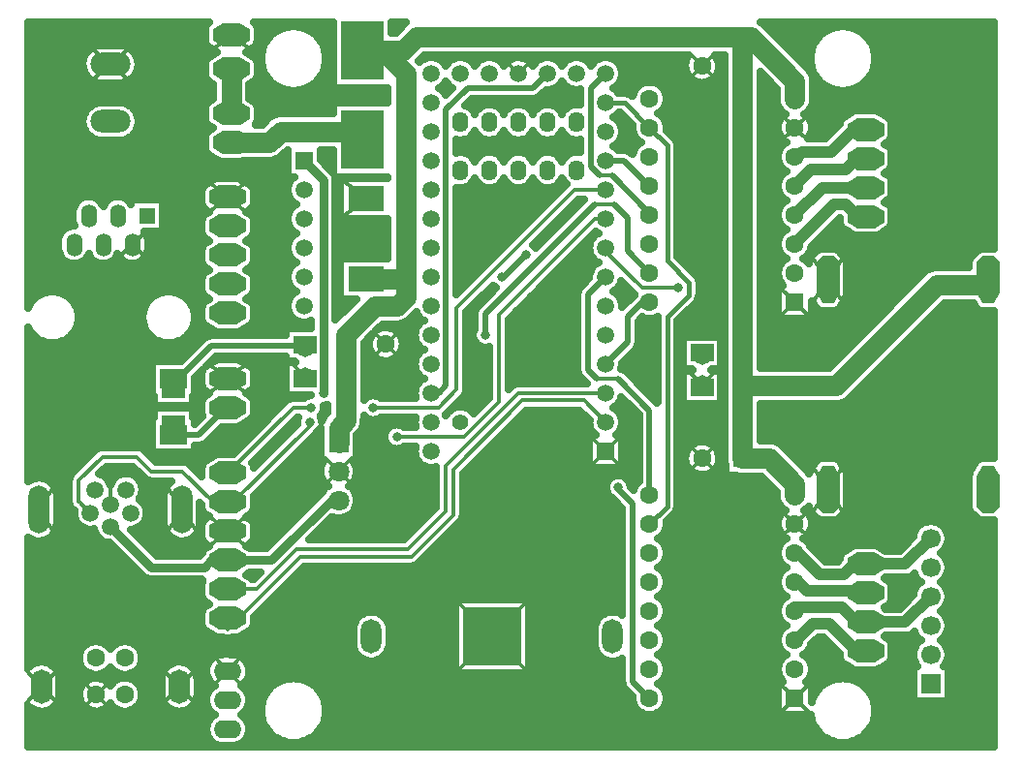
<source format=gbr>
%TF.GenerationSoftware,Novarm,DipTrace,3.3.1.3*%
%TF.CreationDate,2023-12-10T18:24:28+00:00*%
%FSLAX35Y35*%
%MOMM*%
%TF.FileFunction,Copper,L1,Top*%
%TF.Part,Single*%
%AMOUTLINE0*
4,1,8,
-0.778,1.0,
0.752,1.0,
1.6,0.486,
1.6,-0.486,
0.778,-1.0,
-0.778,-1.0,
-1.6,-0.486,
-1.6,0.486,
-0.778,1.0,
0*%
%AMOUTLINE3*
4,1,8,
-0.778,1.0,
0.752,1.0,
1.6,0.5,
1.6,-0.5,
0.8,-1.0,
-0.8,-1.0,
-1.6,-0.5,
-1.6,0.5,
-0.778,1.0,
0*%
%AMOUTLINE6*
4,1,8,
1.0,2.0,
1.0,-0.752,
0.486,-1.6,
-0.486,-1.6,
-1.0,-0.778,
-1.0,2.0,
-0.5,2.5,
0.5,2.5,
1.0,2.0,
0*%
%AMOUTLINE9*
4,1,8,
-1.0,-2.0,
-1.0,0.752,
-0.486,1.6,
0.486,1.6,
1.0,0.778,
1.0,-2.0,
0.5,-2.5,
-0.5,-2.5,
-1.0,-2.0,
0*%
%TA.AperFunction,Conductor*%
%ADD11C,0.5*%
%ADD14C,0.75*%
%ADD15C,0.762*%
%ADD16C,0.508*%
%ADD17C,0.35*%
%ADD18C,1.0*%
%ADD19C,1.8034*%
%ADD20C,0.381*%
%TA.AperFunction,CopperBalancing*%
%ADD21C,0.635*%
%ADD22C,0.33*%
%TA.AperFunction,ComponentPad*%
%ADD25O,1.8X3.0*%
%ADD26R,5.08X5.08*%
%TA.AperFunction,ComponentPad*%
%ADD28R,1.6X1.6*%
%ADD29C,1.6*%
%ADD33R,3.1X2.2*%
%TA.AperFunction,ComponentPad*%
%ADD34C,1.65*%
%ADD35R,2.0X1.5*%
%TA.AperFunction,ComponentPad*%
%ADD36R,1.4X1.4*%
%ADD37O,1.4X2.0*%
%ADD38C,1.6*%
%ADD39O,2.4X1.6*%
%ADD40C,1.5*%
%ADD41O,1.8X4.2*%
%ADD42O,3.5X2.0*%
%ADD43R,1.7X1.7*%
%ADD44C,1.7*%
%ADD46R,1.508X1.508*%
%ADD47C,1.4*%
%ADD48O,1.4X1.8*%
%ADD49R,2.413X1.7018*%
%TA.AperFunction,ComponentPad*%
%ADD50R,1.5X1.5*%
%ADD51R,3.8X5.2*%
%TA.AperFunction,ComponentPad*%
%ADD52R,1.8X1.8*%
%ADD53C,1.8*%
%TA.AperFunction,ViaPad*%
%ADD54C,0.8*%
%TA.AperFunction,ComponentPad*%
%ADD109OUTLINE0*%
%ADD112OUTLINE3*%
%ADD115OUTLINE6*%
%ADD118OUTLINE9*%
%TA.AperFunction,CopperBalancing*%
%ADD121C,0.35*%
G75*
G01*
%LPD*%
X4619623Y5969000D2*
D11*
X4492623Y5842000D1*
X3921123D1*
X3730623Y5651500D1*
Y3238500D1*
X3667123Y3175000D1*
X3603623D1*
X2661273D2*
D14*
Y5038100D1*
X2492373Y5207000D1*
X1825623Y1714500D2*
D15*
X2206627D1*
X2730503Y2238377D1*
X2794000D1*
X1825623Y1714500D2*
D14*
X1682750D1*
X1619250Y1651000D1*
X1159000D1*
X800000Y2010000D1*
X5238750Y2349500D2*
D16*
X5222877D1*
X5365750Y2206627D1*
Y653750D1*
X5511500Y508000D1*
Y2286000D2*
Y3025813D1*
X5236113Y3301200D1*
D17*
X5052233D1*
D16*
X4976033Y3377400D1*
Y4039410D1*
X5127623Y4191000D1*
X4222750D2*
X4238627D1*
X4429127Y4381500D1*
X800000Y2200000D2*
D17*
Y2444750D1*
X809627D1*
X1349377Y2809127D2*
D16*
X1570877D1*
X1746250Y2984500D1*
X1793873D1*
Y3016250D1*
X1841500D1*
Y3048000D1*
X1825623D1*
X5127623Y4445000D2*
D17*
X5095873D1*
X5445123Y4095750D1*
X5762623D1*
X7400000Y4973000D2*
D18*
X7020873D1*
X6781497Y4733623D1*
X6781500Y1778000D2*
X6810373D1*
X7000873Y1587500D1*
X7207250D1*
X7300750Y1681000D1*
X7400000D1*
X7745250D1*
X7969250Y1905000D1*
X7400000Y1427000D2*
Y1444627D1*
X6889747D1*
X6810373Y1524000D1*
X6781500D1*
X7400000Y1173000D2*
X7320123D1*
X7191373Y1301750D1*
X6781500D1*
Y1270000D1*
X7400000Y1173000D2*
X7745250D1*
X7969250Y1397000D1*
X6781500Y1016000D2*
Y1003000D1*
X6937377Y1158877D1*
X7080250D1*
X7302500Y936627D1*
X7400000D1*
Y919000D1*
Y5227000D2*
X7322500D1*
X7223127Y5127627D1*
X6921503D1*
X6794503Y5000627D1*
X6781497D1*
Y4987623D1*
Y5241623D2*
X6797373D1*
X6842127Y5286377D1*
X7096127D1*
X7290750Y5481000D1*
X7400000D1*
X3000373Y5389770D2*
D19*
Y5461000D1*
X2286000D1*
X2190750Y5365750D1*
X1857390D1*
X6781497Y4479623D2*
D18*
X7127873Y4826000D1*
X7223123D1*
X7318373Y4730750D1*
X7400000D1*
Y4719000D1*
X2500000Y3577000D2*
D16*
Y3587750D1*
X1682753D1*
X1396130Y3301127D1*
X1349377D1*
X5511497Y4987623D2*
X5505750D1*
X5286373Y5207000D1*
X5127623D1*
X5511497Y3971623D2*
X5446993D1*
X5318123Y3842753D1*
Y3619500D1*
X5127623Y3429000D1*
X4075033Y3683000D2*
Y3868660D1*
X5031573Y4825200D1*
D17*
X5203033D1*
D16*
X5318123Y4710110D1*
Y4418997D1*
X5511497Y4225623D1*
X5127623Y2921000D2*
D17*
X4937123Y3111500D1*
X4397373D1*
X3794123Y2508250D1*
Y2111377D1*
X3428997Y1746250D1*
X2460627D1*
X1825623Y1111247D1*
Y1206500D1*
X5127623Y4699000D2*
X5032373D1*
X4191000Y3857627D1*
Y3095627D1*
X3889373Y2794000D1*
X3302000D1*
X2540000Y2921000D2*
Y2889250D1*
X1873250Y2222500D1*
X1825623D1*
X1698623D1*
X1428747Y2492377D1*
X1158873D1*
X1031873Y2619377D1*
X730253D1*
X523877Y2413000D1*
Y2222500D1*
X528500D1*
X625000Y2126000D1*
X5511500Y2032000D2*
D20*
X5667373Y2187873D1*
Y3841747D1*
X5857877Y4032250D1*
Y4143373D1*
X5667373Y4333877D1*
Y5339747D1*
X5511497Y5495623D1*
Y5495630D1*
X5292127Y5715000D1*
X5127623D1*
X5511497Y4733623D2*
D16*
Y4750350D1*
X5182647Y5079200D1*
D17*
X5076433D1*
D16*
X5000233Y5155400D1*
Y5841610D1*
X5127623Y5969000D1*
X1825623Y1460500D2*
D17*
X2079627D1*
X2428877Y1809750D1*
X3397250D1*
X3730623Y2143123D1*
Y2540000D1*
X4365623Y3175000D1*
X5127623D1*
Y4953000D2*
X4857750D1*
X3825873Y3921123D1*
Y3206750D1*
X3667123Y3048000D1*
X3095623D1*
X2555873D2*
X2397123D1*
X1825623Y2476500D1*
X1857373Y6009500D2*
D19*
Y5619750D1*
X1857390D1*
X6321497Y6035377D2*
Y6254750D1*
X6429373D1*
X6781497Y5902627D1*
Y5749623D1*
X6321497Y6035377D2*
Y3238500D1*
Y2606377D1*
X6553497D1*
X6781500Y2378373D1*
Y2286000D1*
X3000373Y6169770D2*
X3359893D1*
X3476623Y6286500D1*
X6397623D1*
X6781497Y5902627D1*
X2856750Y3603627D2*
Y2936873D1*
X2794000Y2874123D1*
Y2746377D1*
X3000373Y6169770D2*
X3180607D1*
X3381377Y5969000D1*
Y4016377D1*
X3302000Y3937000D1*
X3111500D1*
X2856750Y3682250D1*
Y3603627D1*
X3031750Y4174373D2*
X3381377D1*
Y5968997D1*
X8470000Y4120000D2*
X8025250D1*
X7143750Y3238500D1*
X6321497D1*
D54*
X5762623Y4095750D3*
X3302000Y2794000D3*
X2540000Y2921000D3*
X3095623Y3048000D3*
X2555873D3*
X5889623Y1555750D3*
X2809873Y5048250D3*
X5238750Y2349500D3*
X4429127Y4381500D3*
X4222750Y4191000D3*
X4075033Y3683000D3*
X6080127Y555627D3*
X2661273Y3175000D3*
X88147Y6355083D2*
D21*
X1623740D1*
X2090983D2*
X2273247D1*
X2526753D2*
X2736720D1*
X3264030D2*
X3316137D1*
X6558040D2*
X7073257D1*
X7326767D2*
X8511903D1*
X88147Y6291917D2*
X1623740D1*
X2090983D2*
X2186930D1*
X2613067D2*
X2736720D1*
X6621207D2*
X6986943D1*
X7413080D2*
X8511903D1*
X88147Y6228750D2*
X1631213D1*
X2083600D2*
X2142633D1*
X2657363D2*
X2736720D1*
X6684370D2*
X6942647D1*
X7457377D2*
X8511903D1*
X88147Y6165583D2*
X597710D1*
X1002247D2*
X1714340D1*
X2000387D2*
X2119300D1*
X2680697D2*
X2736720D1*
X6747533D2*
X6919313D1*
X7480710D2*
X8511903D1*
X88147Y6102417D2*
X559793D1*
X1040253D2*
X1639233D1*
X2075580D2*
X2111553D1*
X2688447D2*
X2736720D1*
X3521610D2*
X3547767D1*
X3659420D2*
X3801853D1*
X3913447D2*
X4055783D1*
X4167470D2*
X4309807D1*
X4421400D2*
X4563830D1*
X4675423D2*
X4817853D1*
X4929447D2*
X5071787D1*
X5183470D2*
X5834040D1*
X6108967D2*
X6157697D1*
X6810697D2*
X6911567D1*
X7488457D2*
X8511903D1*
X88147Y6039250D2*
X551683D1*
X1048277D2*
X1623740D1*
X2090983D2*
X2118207D1*
X2681790D2*
X2736720D1*
X5257753D2*
X5817907D1*
X6125100D2*
X6157697D1*
X6873863D2*
X6918220D1*
X7481803D2*
X8511903D1*
X88147Y5976083D2*
X568543D1*
X1031413D2*
X1623740D1*
X2090983D2*
X2140263D1*
X2659733D2*
X2736720D1*
X5276077D2*
X5830303D1*
X6112703D2*
X6157697D1*
X7459747D2*
X8511903D1*
X88147Y5912917D2*
X622777D1*
X977273D2*
X1642423D1*
X2072300D2*
X2182553D1*
X2617443D2*
X2736720D1*
X5264773D2*
X5883350D1*
X6059657D2*
X6157697D1*
X6485307D2*
X6542150D1*
X6944957D2*
X6982567D1*
X7417457D2*
X8511903D1*
X88147Y5849750D2*
X1693557D1*
X2021167D2*
X2263493D1*
X2536503D2*
X2736720D1*
X3687587D2*
X3773687D1*
X4703587D2*
X4789690D1*
X5211637D2*
X5397087D1*
X5625893D2*
X6157697D1*
X6485307D2*
X6605317D1*
X6945320D2*
X7063507D1*
X7336517D2*
X8511903D1*
X88147Y5786583D2*
X1693557D1*
X2021167D2*
X3217607D1*
X4574070D2*
X4901163D1*
X5660437D2*
X6157697D1*
X6485307D2*
X6617710D1*
X6945320D2*
X8511903D1*
X88147Y5723417D2*
X1650447D1*
X2064370D2*
X3217607D1*
X3939420D2*
X4901163D1*
X5662807D2*
X6157697D1*
X6485307D2*
X6619900D1*
X6943133D2*
X8511903D1*
X88147Y5660250D2*
X592790D1*
X1007170D2*
X1623740D1*
X2091077D2*
X2736720D1*
X3960840D2*
X4008387D1*
X4214863D2*
X4262413D1*
X4468887D2*
X4516343D1*
X4722910D2*
X4770367D1*
X5634917D2*
X6157697D1*
X6485307D2*
X6645510D1*
X6917520D2*
X8511903D1*
X88147Y5597083D2*
X558153D1*
X1041897D2*
X1623740D1*
X2091077D2*
X2200420D1*
X5213640D2*
X5281603D1*
X5624617D2*
X6157697D1*
X6485307D2*
X6668387D1*
X6894643D2*
X7214627D1*
X7584800D2*
X8511903D1*
X88147Y5533917D2*
X552137D1*
X1047820D2*
X1634130D1*
X2080683D2*
X2129873D1*
X5256207D2*
X5344770D1*
X5660073D2*
X6157697D1*
X6485307D2*
X6632933D1*
X6930100D2*
X7166500D1*
X7633470D2*
X8511903D1*
X88147Y5470750D2*
X571280D1*
X1028680D2*
X1652270D1*
X5275893D2*
X5359990D1*
X5664813D2*
X6157697D1*
X6485307D2*
X6630017D1*
X6933017D2*
X7108257D1*
X7633653D2*
X8511903D1*
X88147Y5407583D2*
X630887D1*
X969160D2*
X1623740D1*
X3938327D2*
X4030900D1*
X4192350D2*
X4284923D1*
X4446283D2*
X4538947D1*
X4700307D2*
X4792880D1*
X5265867D2*
X5387060D1*
X5727977D2*
X6157697D1*
X6485307D2*
X6657087D1*
X6905947D2*
X7045093D1*
X7628913D2*
X8511903D1*
X88147Y5344417D2*
X1623740D1*
X3829227D2*
X4901163D1*
X5215553D2*
X5399637D1*
X5759970D2*
X6157697D1*
X6485307D2*
X6669663D1*
X7582613D2*
X8511903D1*
X88147Y5281250D2*
X1633310D1*
X2641050D2*
X2736720D1*
X3887560D2*
X4081670D1*
X4141583D2*
X4335693D1*
X4395517D2*
X4589717D1*
X4649540D2*
X4843650D1*
X5760060D2*
X6157697D1*
X6485307D2*
X6633297D1*
X7633380D2*
X8511903D1*
X88147Y5218083D2*
X1720353D1*
X2251767D2*
X2343700D1*
X2641050D2*
X2736720D1*
X5760060D2*
X6157697D1*
X6485307D2*
X6629743D1*
X7633653D2*
X8511903D1*
X88147Y5154917D2*
X2343700D1*
X2699017D2*
X2736720D1*
X5760060D2*
X6157697D1*
X6485307D2*
X6656083D1*
X7629370D2*
X8511903D1*
X88147Y5091750D2*
X2343700D1*
X5760060D2*
X6157697D1*
X6485307D2*
X6670940D1*
X7580423D2*
X8511903D1*
X88147Y5028583D2*
X1666943D1*
X1984253D2*
X2365483D1*
X2772390D2*
X2803167D1*
X5760060D2*
X6157697D1*
X6485307D2*
X6633663D1*
X7633290D2*
X8511903D1*
X88147Y4965417D2*
X1597763D1*
X2053433D2*
X2344247D1*
X2772390D2*
X2803167D1*
X3829227D2*
X4743937D1*
X5760060D2*
X6157697D1*
X6485307D2*
X6629560D1*
X7633653D2*
X8511903D1*
X88147Y4902250D2*
X1592020D1*
X2059267D2*
X2353090D1*
X2772390D2*
X2803167D1*
X3829227D2*
X4680770D1*
X5760060D2*
X6157697D1*
X6485307D2*
X6655080D1*
X7629917D2*
X8511903D1*
X88147Y4839083D2*
X493077D1*
X725893D2*
X747130D1*
X1261100D2*
X1592020D1*
X2059267D2*
X2400757D1*
X2772390D2*
X2803167D1*
X3829227D2*
X4617607D1*
X4870113D2*
X4907997D1*
X5760060D2*
X6157697D1*
X6485307D2*
X6672307D1*
X7578237D2*
X8511903D1*
X88147Y4775917D2*
X467190D1*
X1261100D2*
X1636317D1*
X2014970D2*
X2366303D1*
X2772390D2*
X2803167D1*
X3829227D2*
X4554443D1*
X4806947D2*
X4844833D1*
X5760060D2*
X6157697D1*
X6485307D2*
X6634027D1*
X7633107D2*
X8511903D1*
X88147Y4712750D2*
X465823D1*
X1261100D2*
X1598400D1*
X2052887D2*
X2344430D1*
X2772390D2*
X2803167D1*
X3829227D2*
X4491280D1*
X4743783D2*
X4781670D1*
X5760060D2*
X6157697D1*
X6485307D2*
X6629377D1*
X7633653D2*
X8511903D1*
X88147Y4649583D2*
X474300D1*
X1261100D2*
X1592020D1*
X2059267D2*
X2352633D1*
X2772390D2*
X3217607D1*
X3829227D2*
X4428113D1*
X4680620D2*
X4718507D1*
X5760060D2*
X6157697D1*
X6485307D2*
X6654170D1*
X7123693D2*
X7169690D1*
X7630373D2*
X8511903D1*
X88147Y4586417D2*
X367113D1*
X1105880D2*
X1592020D1*
X2059267D2*
X2399027D1*
X2772390D2*
X3217607D1*
X3829227D2*
X4364950D1*
X4617457D2*
X4655340D1*
X5760060D2*
X6157697D1*
X6485307D2*
X6673673D1*
X7060530D2*
X7241057D1*
X7559003D2*
X8511903D1*
X88147Y4523250D2*
X340407D1*
X1132677D2*
X1634130D1*
X2017063D2*
X2367217D1*
X2772390D2*
X3217607D1*
X3829227D2*
X4301697D1*
X4554290D2*
X4592177D1*
X4982860D2*
X5002423D1*
X5760060D2*
X6157697D1*
X6485307D2*
X6634483D1*
X6997363D2*
X8511903D1*
X88147Y4460083D2*
X338857D1*
X1134137D2*
X1599040D1*
X2052247D2*
X2344520D1*
X2772390D2*
X3217607D1*
X3829227D2*
X4238530D1*
X4508537D2*
X4529023D1*
X4919697D2*
X4979820D1*
X5760060D2*
X6157697D1*
X6485307D2*
X6629197D1*
X6934200D2*
X8511903D1*
X88147Y4396917D2*
X346787D1*
X1126207D2*
X1592020D1*
X2059267D2*
X2352087D1*
X2772390D2*
X3217607D1*
X3829227D2*
X4175367D1*
X4856530D2*
X4987387D1*
X5760060D2*
X6157697D1*
X6485307D2*
X6653257D1*
X6909683D2*
X6945380D1*
X7194603D2*
X8345380D1*
X88147Y4333750D2*
X392997D1*
X572040D2*
X647020D1*
X825970D2*
X901043D1*
X1079993D2*
X1592020D1*
X2059267D2*
X2397293D1*
X2772390D2*
X2803167D1*
X3829227D2*
X4112203D1*
X4793367D2*
X5032593D1*
X5795970D2*
X6157697D1*
X6485307D2*
X6675133D1*
X7242183D2*
X8297803D1*
X88147Y4270583D2*
X1632033D1*
X2019253D2*
X2368037D1*
X2772390D2*
X2803167D1*
X3829227D2*
X4049040D1*
X4730203D2*
X5003337D1*
X5859137D2*
X6157697D1*
X6485307D2*
X6634847D1*
X7243640D2*
X7972867D1*
X88147Y4207417D2*
X1599677D1*
X2051517D2*
X2344703D1*
X2772390D2*
X2803167D1*
X3829227D2*
X3985877D1*
X4667040D2*
X4979913D1*
X5922300D2*
X6157697D1*
X6485307D2*
X6629013D1*
X7243640D2*
X7883637D1*
X88147Y4144250D2*
X1592020D1*
X2059267D2*
X2351630D1*
X2772390D2*
X2803167D1*
X3829227D2*
X3922710D1*
X4603873D2*
X4943453D1*
X5950553D2*
X6157697D1*
X6485307D2*
X6652347D1*
X7243640D2*
X7820470D1*
X88147Y4081083D2*
X1592020D1*
X2059267D2*
X2395653D1*
X2772390D2*
X2803167D1*
X3829227D2*
X3859547D1*
X4112053D2*
X4150030D1*
X4540710D2*
X4886853D1*
X5224303D2*
X5333557D1*
X5950553D2*
X6157697D1*
X6485307D2*
X6627830D1*
X7243640D2*
X7757307D1*
X88147Y4017917D2*
X147270D1*
X437780D2*
X1163270D1*
X1453783D2*
X1629847D1*
X2021350D2*
X2368947D1*
X2772390D2*
X2803167D1*
X4048887D2*
X4086863D1*
X4477547D2*
X4877007D1*
X5251010D2*
X5355887D1*
X5949370D2*
X6157697D1*
X6485307D2*
X6627830D1*
X7238080D2*
X7694143D1*
X493837Y3954750D2*
X1107127D1*
X1509837D2*
X1600407D1*
X2050790D2*
X2344887D1*
X2772390D2*
X2900237D1*
X3985723D2*
X4023700D1*
X4414383D2*
X4877007D1*
X5908810D2*
X6157697D1*
X6485307D2*
X6627830D1*
X7200437D2*
X7630980D1*
X8089017D2*
X8339000D1*
X519720Y3891583D2*
X1081240D1*
X1535723D2*
X1592020D1*
X2059267D2*
X2351173D1*
X2772390D2*
X2837073D1*
X3922560D2*
X3978857D1*
X4351220D2*
X4877007D1*
X5845647D2*
X6157697D1*
X6485307D2*
X6627830D1*
X6935113D2*
X7567817D1*
X8025853D2*
X8511903D1*
X525920Y3828417D2*
X1075043D1*
X1541920D2*
X1592020D1*
X2059267D2*
X2394103D1*
X3422443D2*
X3505353D1*
X3917000D2*
X3976030D1*
X4288053D2*
X4877007D1*
X5441230D2*
X5470733D1*
X5552247D2*
X5574677D1*
X5782480D2*
X6157697D1*
X6485307D2*
X6627830D1*
X6935113D2*
X7504650D1*
X7962690D2*
X8511903D1*
X514160Y3765250D2*
X1086800D1*
X1530163D2*
X1627750D1*
X2023537D2*
X2550147D1*
X3168783D2*
X3481200D1*
X3917000D2*
X3976030D1*
X4282130D2*
X4877007D1*
X5417170D2*
X5574637D1*
X5760060D2*
X6157697D1*
X6485307D2*
X7441487D1*
X7899527D2*
X8511903D1*
X480983Y3702083D2*
X1119977D1*
X1496987D2*
X2326383D1*
X3322637D2*
X3456227D1*
X3917000D2*
X3963090D1*
X4282130D2*
X4877007D1*
X5417170D2*
X5574637D1*
X5760060D2*
X6157697D1*
X6485307D2*
X7378323D1*
X7836363D2*
X8511903D1*
X88147Y3638917D2*
X176527D1*
X408523D2*
X1192437D1*
X1424527D2*
X1596487D1*
X3356087D2*
X3461970D1*
X3917000D2*
X3970837D1*
X4282130D2*
X4877007D1*
X5417170D2*
X5574637D1*
X5760060D2*
X5795393D1*
X6485307D2*
X7315160D1*
X7773197D2*
X8511903D1*
X88147Y3575750D2*
X1533323D1*
X3020580D2*
X3055733D1*
X3357730D2*
X3503803D1*
X3917000D2*
X4099900D1*
X4282130D2*
X4877007D1*
X5406230D2*
X5574637D1*
X5760060D2*
X5795393D1*
X6485307D2*
X7251997D1*
X7710033D2*
X8511903D1*
X88147Y3512583D2*
X1470160D1*
X3020580D2*
X3084627D1*
X3328927D2*
X3482113D1*
X3917000D2*
X4099900D1*
X4282130D2*
X4877007D1*
X5348627D2*
X5574637D1*
X5760060D2*
X5795393D1*
X6485307D2*
X7188830D1*
X7646870D2*
X8511903D1*
X88147Y3449417D2*
X1155067D1*
X1984253D2*
X2413337D1*
X3020580D2*
X3456500D1*
X3917000D2*
X4099900D1*
X4282130D2*
X4877007D1*
X5285463D2*
X5574637D1*
X5760060D2*
X5795393D1*
X6485307D2*
X7125667D1*
X7583707D2*
X8511903D1*
X88147Y3386250D2*
X1155067D1*
X2049057D2*
X2326383D1*
X3020580D2*
X3461513D1*
X3917000D2*
X4099900D1*
X4282130D2*
X4877007D1*
X5279357D2*
X5574637D1*
X5760060D2*
X5795393D1*
X7520540D2*
X8511903D1*
X88147Y3323083D2*
X1155067D1*
X1555503D2*
X1592020D1*
X2059267D2*
X2326383D1*
X3020580D2*
X3502257D1*
X3917000D2*
X4099900D1*
X4282130D2*
X4894600D1*
X5351637D2*
X5574637D1*
X5760060D2*
X5795393D1*
X7457377D2*
X8511903D1*
X88147Y3259917D2*
X1155067D1*
X1543653D2*
X1592020D1*
X2059267D2*
X2326383D1*
X3020580D2*
X3483113D1*
X3917000D2*
X4099900D1*
X4282130D2*
X4956123D1*
X5414800D2*
X5574637D1*
X5760060D2*
X5795393D1*
X7394213D2*
X8511903D1*
X88147Y3196750D2*
X1155067D1*
X1543653D2*
X1622920D1*
X2028277D2*
X2326383D1*
X3020580D2*
X3456683D1*
X3916453D2*
X4099900D1*
X5477963D2*
X5574637D1*
X5760060D2*
X5795393D1*
X7331050D2*
X8511903D1*
X88147Y3133583D2*
X1175757D1*
X1523053D2*
X1603050D1*
X2048147D2*
X2484793D1*
X3166687D2*
X3461150D1*
X3878993D2*
X4099900D1*
X5541127D2*
X5574637D1*
X5760060D2*
X5795393D1*
X7267887D2*
X8511903D1*
X88147Y3070417D2*
X1175757D1*
X1523053D2*
X1592020D1*
X2059267D2*
X2293297D1*
X3815827D2*
X4039560D1*
X5230410D2*
X5329457D1*
X5760060D2*
X6157697D1*
X6485307D2*
X8511903D1*
X88147Y3007250D2*
X1175757D1*
X1523053D2*
X1592020D1*
X2059267D2*
X2230133D1*
X2661467D2*
X2692970D1*
X4419397D2*
X4915107D1*
X5247183D2*
X5392620D1*
X5760060D2*
X6157697D1*
X6485307D2*
X8511903D1*
X88147Y2944083D2*
X1155067D1*
X1543653D2*
X1568363D1*
X2030280D2*
X2166970D1*
X3020580D2*
X3062567D1*
X3128680D2*
X3456863D1*
X4356230D2*
X4978270D1*
X5274343D2*
X5412490D1*
X5760060D2*
X6157697D1*
X6485307D2*
X8511903D1*
X88147Y2880917D2*
X1155067D1*
X1915073D2*
X2103803D1*
X2356310D2*
X2405407D1*
X3010280D2*
X3232737D1*
X3371220D2*
X3460783D1*
X4293067D2*
X4984743D1*
X5270517D2*
X5412490D1*
X5760060D2*
X6157697D1*
X6485307D2*
X8511903D1*
X88147Y2817750D2*
X1155067D1*
X1716920D2*
X2040640D1*
X2293147D2*
X2342243D1*
X2594747D2*
X2630173D1*
X2966623D2*
X3190993D1*
X4229903D2*
X5023387D1*
X5231870D2*
X5412490D1*
X5760060D2*
X6157697D1*
X6485307D2*
X8511903D1*
X88147Y2754583D2*
X1155067D1*
X1653757D2*
X1977477D1*
X2229980D2*
X2279080D1*
X2531583D2*
X2630173D1*
X2957780D2*
X3195823D1*
X4166740D2*
X4978543D1*
X5276623D2*
X5412490D1*
X5760060D2*
X6157697D1*
X6613003D2*
X8511903D1*
X88147Y2691417D2*
X679197D1*
X1082910D2*
X1155067D1*
X1543653D2*
X1914313D1*
X2166817D2*
X2215913D1*
X2468420D2*
X2630353D1*
X2957600D2*
X3264183D1*
X3339773D2*
X3457137D1*
X4103577D2*
X4978543D1*
X5276623D2*
X5412490D1*
X5760060D2*
X5844887D1*
X6098120D2*
X6157697D1*
X6697493D2*
X8511903D1*
X88147Y2628250D2*
X612840D1*
X1149267D2*
X1697293D1*
X2103653D2*
X2152750D1*
X2405253D2*
X2630353D1*
X2957600D2*
X3460330D1*
X4040410D2*
X4978543D1*
X5276623D2*
X5412490D1*
X5760060D2*
X5819457D1*
X6123457D2*
X6157697D1*
X6760660D2*
X8511903D1*
X88147Y2565083D2*
X549677D1*
X1478757D2*
X1605147D1*
X2046140D2*
X2089587D1*
X2342090D2*
X2648127D1*
X2939827D2*
X3497970D1*
X3977247D2*
X4978543D1*
X5276623D2*
X5412490D1*
X5760060D2*
X5823740D1*
X6119267D2*
X6163167D1*
X6823823D2*
X6951580D1*
X7188587D2*
X8351580D1*
X88147Y2501917D2*
X486513D1*
X739017D2*
X1023090D1*
X1545477D2*
X1592020D1*
X2278927D2*
X2630627D1*
X2957327D2*
X3639520D1*
X3914083D2*
X5412490D1*
X5760060D2*
X5861293D1*
X6081713D2*
X6167817D1*
X6886987D2*
X6913297D1*
X7228147D2*
X8313297D1*
X88147Y2438750D2*
X436747D1*
X763900D2*
X836057D1*
X1036973D2*
X1086253D1*
X2215763D2*
X2639743D1*
X2948210D2*
X3639520D1*
X3885280D2*
X5172867D1*
X5304603D2*
X5412490D1*
X5760060D2*
X6492113D1*
X7243640D2*
X8296343D1*
X305530Y2375583D2*
X432737D1*
X1078263D2*
X1294520D1*
X2152600D2*
X2682307D1*
X2905737D2*
X3639520D1*
X3885280D2*
X5127567D1*
X5349173D2*
X5388247D1*
X5760060D2*
X6555277D1*
X7243640D2*
X8296343D1*
X335060Y2312417D2*
X432737D1*
X1083823D2*
X1264990D1*
X2089433D2*
X2648857D1*
X2939097D2*
X3639520D1*
X3885280D2*
X5131580D1*
X5760060D2*
X6617710D1*
X7243640D2*
X8296343D1*
X338613Y2249250D2*
X432737D1*
X1058577D2*
X1261343D1*
X2059267D2*
X2585967D1*
X2957233D2*
X3639520D1*
X3885280D2*
X5185720D1*
X5760060D2*
X6621997D1*
X7243640D2*
X8296343D1*
X338613Y2186083D2*
X440940D1*
X1110347D2*
X1261343D1*
X2059267D2*
X2522803D1*
X2948667D2*
X3639520D1*
X3885280D2*
X5248883D1*
X5760060D2*
X6653440D1*
X7243640D2*
X8296343D1*
X338613Y2122917D2*
X476397D1*
X1123563D2*
X1261343D1*
X1588680D2*
X1615323D1*
X2035933D2*
X2459637D1*
X2907197D2*
X3584197D1*
X3885280D2*
X5266747D1*
X5730893D2*
X6659273D1*
X6903757D2*
X6925613D1*
X7214473D2*
X8325603D1*
X338613Y2059750D2*
X492710D1*
X1107247D2*
X1261343D1*
X2044043D2*
X2396473D1*
X2707313D2*
X3521030D1*
X3867690D2*
X5266747D1*
X5667730D2*
X6630470D1*
X6932470D2*
X8511903D1*
X332780Y1996583D2*
X559520D1*
X1040530D2*
X1267177D1*
X2059267D2*
X2333310D1*
X2644147D2*
X3457867D1*
X3805620D2*
X5266747D1*
X5660803D2*
X6632203D1*
X6930827D2*
X7841253D1*
X8097313D2*
X8511903D1*
X297963Y1933417D2*
X673727D1*
X1031140D2*
X1302087D1*
X1547937D2*
X1592020D1*
X2059267D2*
X2270147D1*
X2580893D2*
X3394613D1*
X3742457D2*
X5266747D1*
X5627260D2*
X6665747D1*
X6897287D2*
X7813270D1*
X8125203D2*
X8511903D1*
X88147Y1870250D2*
X766877D1*
X1094303D2*
X1613897D1*
X2037390D2*
X2206983D1*
X3679290D2*
X5266747D1*
X5632637D2*
X6660367D1*
X6902663D2*
X7762320D1*
X8123837D2*
X8511903D1*
X88147Y1807083D2*
X848363D1*
X1157470D2*
X1608337D1*
X3616127D2*
X5266747D1*
X5662260D2*
X6630747D1*
X6953523D2*
X7230667D1*
X7568303D2*
X7699067D1*
X8092207D2*
X8511903D1*
X88147Y1743917D2*
X911527D1*
X3552963D2*
X5266747D1*
X5661167D2*
X6631840D1*
X7016687D2*
X7167867D1*
X8096220D2*
X8511903D1*
X88147Y1680750D2*
X974690D1*
X3489160D2*
X5266747D1*
X5628447D2*
X6664560D1*
X8124930D2*
X8511903D1*
X88147Y1617583D2*
X1037853D1*
X2458210D2*
X5266747D1*
X5631543D2*
X6661370D1*
X8124200D2*
X8511903D1*
X88147Y1554417D2*
X1111957D1*
X2395047D2*
X5266747D1*
X5661987D2*
X6631020D1*
X7568577D2*
X7845173D1*
X8093303D2*
X8511903D1*
X88147Y1491250D2*
X1592020D1*
X2331883D2*
X5266747D1*
X5661440D2*
X6631567D1*
X7631830D2*
X7843257D1*
X8095217D2*
X8511903D1*
X88147Y1428083D2*
X1592020D1*
X2268720D2*
X5266747D1*
X5629630D2*
X6663377D1*
X7633653D2*
X7813817D1*
X8124657D2*
X8511903D1*
X88147Y1364917D2*
X1611070D1*
X2205553D2*
X3806227D1*
X4461503D2*
X5266747D1*
X5630450D2*
X6662553D1*
X7632287D2*
X7764963D1*
X8124473D2*
X8511903D1*
X88147Y1301750D2*
X1610797D1*
X2142390D2*
X3806227D1*
X4461503D2*
X5266747D1*
X5661713D2*
X6631293D1*
X7570670D2*
X7701800D1*
X8094397D2*
X8511903D1*
X88147Y1238583D2*
X1592020D1*
X2079227D2*
X2986097D1*
X3173340D2*
X3806227D1*
X4461503D2*
X5094300D1*
X5661713D2*
X6631293D1*
X8094123D2*
X8511903D1*
X88147Y1175417D2*
X1592020D1*
X2059267D2*
X2931410D1*
X3228030D2*
X3806227D1*
X4461503D2*
X5039613D1*
X5630723D2*
X6662280D1*
X8124383D2*
X8511903D1*
X88147Y1112250D2*
X1609793D1*
X2041400D2*
X2916187D1*
X3243340D2*
X3806227D1*
X4461503D2*
X5024390D1*
X5629357D2*
X6663650D1*
X8124747D2*
X8511903D1*
X88147Y1049083D2*
X1706410D1*
X1944877D2*
X2916097D1*
X3243340D2*
X3806227D1*
X4461503D2*
X5024300D1*
X5661350D2*
X6631657D1*
X7572860D2*
X7842983D1*
X8095490D2*
X8511903D1*
X88147Y985917D2*
X592243D1*
X757793D2*
X842257D1*
X1007807D2*
X2916097D1*
X3243340D2*
X3806227D1*
X4461503D2*
X5024300D1*
X5662077D2*
X6630927D1*
X6936660D2*
X7081007D1*
X7631100D2*
X7845447D1*
X8093030D2*
X8511903D1*
X88147Y922750D2*
X535367D1*
X1064590D2*
X2930133D1*
X3229303D2*
X3806227D1*
X4461503D2*
X5038337D1*
X5631817D2*
X6661097D1*
X6901843D2*
X7144170D1*
X7633653D2*
X7814363D1*
X8124110D2*
X8511903D1*
X88147Y859583D2*
X521330D1*
X1078627D2*
X1685353D1*
X1965933D2*
X2982177D1*
X3177260D2*
X3806227D1*
X4461503D2*
X5090380D1*
X5628170D2*
X6664833D1*
X6898197D2*
X7167230D1*
X7632743D2*
X7813453D1*
X8125020D2*
X8511903D1*
X297963Y796417D2*
X535823D1*
X1064227D2*
X1302087D1*
X1501910D2*
X1640877D1*
X2010410D2*
X3806227D1*
X4461503D2*
X5266747D1*
X5661077D2*
X6631930D1*
X6931100D2*
X7225017D1*
X7574957D2*
X7841983D1*
X8096493D2*
X8511903D1*
X348367Y733250D2*
X593610D1*
X756337D2*
X843623D1*
X1006350D2*
X1251683D1*
X1552403D2*
X1632580D1*
X2018707D2*
X3806227D1*
X4461503D2*
X5266747D1*
X5662350D2*
X6630653D1*
X6932287D2*
X7810627D1*
X8127847D2*
X8511903D1*
X361673Y670083D2*
X599533D1*
X750410D2*
X849547D1*
X1000423D2*
X1238377D1*
X1565620D2*
X1653090D1*
X1998107D2*
X2312257D1*
X2487743D2*
X5266747D1*
X5632910D2*
X6660093D1*
X6902937D2*
X7112270D1*
X7287753D2*
X7810627D1*
X8127847D2*
X8511903D1*
X361673Y606917D2*
X537463D1*
X1062587D2*
X1238377D1*
X1565620D2*
X1686997D1*
X1964290D2*
X2201970D1*
X2598030D2*
X5279417D1*
X5626987D2*
X6627830D1*
X6935113D2*
X7001890D1*
X7398040D2*
X7810627D1*
X8127847D2*
X8511903D1*
X361493Y543750D2*
X521423D1*
X1078627D2*
X1238467D1*
X1565530D2*
X1641330D1*
X2009957D2*
X2150927D1*
X2649070D2*
X5338297D1*
X5660710D2*
X6627830D1*
X7449083D2*
X7810627D1*
X8127847D2*
X8511903D1*
X345450Y480583D2*
X533910D1*
X1066140D2*
X1254507D1*
X1549487D2*
X1632400D1*
X2018797D2*
X2123310D1*
X2676687D2*
X5360447D1*
X5662533D2*
X6627830D1*
X7476700D2*
X8511903D1*
X288940Y417417D2*
X586957D1*
X762990D2*
X836970D1*
X1013003D2*
X1311020D1*
X1492977D2*
X1652360D1*
X1998927D2*
X2112100D1*
X2687897D2*
X5388973D1*
X5634003D2*
X6627830D1*
X7487910D2*
X8511903D1*
X88147Y354250D2*
X1688637D1*
X1962560D2*
X2115290D1*
X2684707D2*
X6915303D1*
X7484720D2*
X8511903D1*
X88147Y291083D2*
X1641877D1*
X2009410D2*
X2133427D1*
X2666570D2*
X6933440D1*
X7466583D2*
X8511903D1*
X88147Y227917D2*
X1632307D1*
X2018887D2*
X2170160D1*
X2629837D2*
X6970173D1*
X7429850D2*
X8511903D1*
X88147Y164750D2*
X1651540D1*
X1999657D2*
X2237970D1*
X2562027D2*
X7037983D1*
X7362040D2*
X8511903D1*
X88147Y101583D2*
X1724000D1*
X1927197D2*
X8511903D1*
X2922437Y1107703D2*
X2924370Y1132357D1*
X2930130Y1156357D1*
X2939577Y1179157D1*
X2952473Y1200203D1*
X2968503Y1218970D1*
X2987270Y1235000D1*
X3008317Y1247897D1*
X3031117Y1257343D1*
X3055117Y1263103D1*
X3079723Y1265040D1*
X3104330Y1263103D1*
X3128330Y1257343D1*
X3151130Y1247897D1*
X3172177Y1235000D1*
X3190943Y1218970D1*
X3206973Y1200203D1*
X3219870Y1179157D1*
X3229317Y1156357D1*
X3235077Y1132357D1*
X3237013Y1107750D1*
X3236530Y975410D1*
X3232667Y951030D1*
X3225040Y927557D1*
X3213837Y905567D1*
X3199327Y885597D1*
X3181877Y868147D1*
X3161907Y853637D1*
X3139917Y842433D1*
X3116443Y834807D1*
X3092063Y830943D1*
X3067383D1*
X3043003Y834807D1*
X3019530Y842433D1*
X2997540Y853637D1*
X2977570Y868147D1*
X2960120Y885597D1*
X2945610Y905567D1*
X2934407Y927557D1*
X2926780Y951030D1*
X2922917Y975410D1*
X2922433Y1034417D1*
Y1107633D1*
X5030637Y1107703D2*
X5032570Y1132357D1*
X5038330Y1156357D1*
X5047777Y1179157D1*
X5060673Y1200203D1*
X5076703Y1218970D1*
X5095470Y1235000D1*
X5116517Y1247897D1*
X5139317Y1257343D1*
X5163317Y1263103D1*
X5187923Y1265040D1*
X5212530Y1263103D1*
X5236530Y1257343D1*
X5259330Y1247897D1*
X5273037Y1239907D1*
X5273060Y2168320D1*
X5182690Y2258020D1*
X5169070Y2267917D1*
X5157167Y2279820D1*
X5147270Y2293440D1*
X5139160Y2309707D1*
X5134723Y2320857D1*
X5131327Y2335000D1*
X5130187Y2349500D1*
X5131327Y2364000D1*
X5134723Y2378143D1*
X5143153Y2398210D1*
X5151950Y2412563D1*
X5162883Y2425367D1*
X5175687Y2436300D1*
X5190040Y2445097D1*
X5205597Y2451540D1*
X5221967Y2455470D1*
X5238750Y2456790D1*
X5255533Y2455470D1*
X5271903Y2451540D1*
X5287460Y2445097D1*
X5301813Y2436300D1*
X5314617Y2425367D1*
X5325550Y2412563D1*
X5334347Y2398210D1*
X5340790Y2382653D1*
X5344720Y2366283D1*
X5345717Y2357753D1*
X5371493Y2331967D1*
X5380263Y2352867D1*
X5392340Y2372573D1*
X5407350Y2390150D1*
X5418787Y2400320D1*
X5418810Y2987367D1*
X5265693Y3140537D1*
X5259083Y3120547D1*
X5248947Y3100653D1*
X5235820Y3082590D1*
X5220033Y3066803D1*
X5201970Y3053677D1*
X5192220Y3047780D1*
X5211260Y3036117D1*
X5228237Y3021613D1*
X5242740Y3004637D1*
X5254403Y2985597D1*
X5262950Y2964970D1*
X5268160Y2943260D1*
X5269913Y2921000D1*
X5268160Y2898740D1*
X5262950Y2877030D1*
X5254403Y2856403D1*
X5242740Y2837363D1*
X5228237Y2820387D1*
X5216093Y2809693D1*
X5270313Y2809690D1*
Y2524310D1*
X4984933D1*
Y2809690D1*
X5038983D1*
X5027010Y2820387D1*
X5012507Y2837363D1*
X5000843Y2856403D1*
X4992297Y2877030D1*
X4987087Y2898740D1*
X4985333Y2921000D1*
X4986917Y2941830D1*
X4901967Y3026743D1*
X4432450Y3026710D1*
X3878893Y2473107D1*
X3878653Y2104723D1*
X3876570Y2091583D1*
X3872460Y2078930D1*
X3866420Y2067073D1*
X3858597Y2056310D1*
X3755083Y1952427D1*
X3484063Y1681777D1*
X3473300Y1673953D1*
X3461443Y1667913D1*
X3448790Y1663803D1*
X3435650Y1661720D1*
X3288997Y1661460D1*
X2495753D1*
X2052870Y1218583D1*
X2052750Y1153227D1*
X2051193Y1142783D1*
X2048020Y1132713D1*
X2043313Y1123260D1*
X2037183Y1114663D1*
X2029787Y1107130D1*
X2021300Y1100847D1*
X1933973Y1046543D1*
X1924217Y1042503D1*
X1913950Y1040037D1*
X1903423Y1039210D1*
X1869927Y1038950D1*
X1858070Y1032910D1*
X1845417Y1028800D1*
X1832277Y1026717D1*
X1818970D1*
X1805830Y1028800D1*
X1793177Y1032910D1*
X1781300Y1038967D1*
X1741937Y1039467D1*
X1731523Y1041213D1*
X1721510Y1044567D1*
X1712147Y1049447D1*
X1626070Y1103460D1*
X1618043Y1110320D1*
X1611183Y1118347D1*
X1605667Y1127350D1*
X1601627Y1137107D1*
X1599160Y1147373D1*
X1598333Y1157900D1*
X1598497Y1259773D1*
X1600053Y1270217D1*
X1603227Y1280287D1*
X1607933Y1289740D1*
X1614063Y1298337D1*
X1621460Y1305870D1*
X1629947Y1312153D1*
X1664027Y1333467D1*
X1626070Y1357460D1*
X1618043Y1364320D1*
X1611183Y1372347D1*
X1605667Y1381350D1*
X1601627Y1391107D1*
X1599160Y1401373D1*
X1598333Y1411900D1*
X1598497Y1513773D1*
X1600053Y1524217D1*
X1603223Y1534287D1*
X1607943Y1543757D1*
X1595917Y1546210D1*
X1150777Y1546533D1*
X1134537Y1549107D1*
X1118900Y1554187D1*
X1104247Y1561653D1*
X1090943Y1571317D1*
X1018907Y1642900D1*
X793910Y1867893D1*
X777740Y1869463D1*
X756030Y1874673D1*
X735403Y1883220D1*
X716363Y1894883D1*
X699387Y1909387D1*
X684883Y1926363D1*
X673220Y1945403D1*
X664673Y1966030D1*
X659437Y1987957D1*
X636163Y1984150D1*
X613837D1*
X591783Y1987640D1*
X570547Y1994540D1*
X550653Y2004677D1*
X532590Y2017803D1*
X516803Y2033590D1*
X503677Y2051653D1*
X493540Y2071547D1*
X486640Y2092783D1*
X483150Y2114837D1*
Y2137163D1*
X484293Y2146830D1*
X468810Y2158027D1*
X459403Y2167433D1*
X451580Y2178197D1*
X445540Y2190053D1*
X441430Y2202707D1*
X439347Y2215847D1*
X439087Y2362500D1*
X439347Y2419653D1*
X441430Y2432793D1*
X445540Y2445447D1*
X451580Y2457303D1*
X459403Y2468067D1*
X562917Y2571950D1*
X675187Y2683850D1*
X685950Y2691673D1*
X697807Y2697713D1*
X710460Y2701823D1*
X723600Y2703907D1*
X870253Y2704167D1*
X1038527Y2703907D1*
X1051667Y2701823D1*
X1064320Y2697713D1*
X1076177Y2691673D1*
X1086940Y2683850D1*
X1193983Y2577180D1*
X1435400Y2576907D1*
X1448540Y2574823D1*
X1461193Y2570713D1*
X1473050Y2564673D1*
X1483813Y2556853D1*
X1598333Y2442703D1*
X1598497Y2529773D1*
X1600053Y2540217D1*
X1603223Y2550287D1*
X1607933Y2559740D1*
X1614063Y2568337D1*
X1621460Y2575870D1*
X1629947Y2582153D1*
X1716733Y2636177D1*
X1726453Y2640307D1*
X1736697Y2642863D1*
X1747237Y2643787D1*
X1872967Y2643790D1*
X2342057Y3112477D1*
X2352820Y3120297D1*
X2364677Y3126337D1*
X2377330Y3130447D1*
X2390470Y3132530D1*
X2490183Y3132790D1*
X2499813Y3139480D1*
X2514817Y3147123D1*
X2530827Y3152327D1*
X2547457Y3154960D1*
X2555840Y3155290D1*
X2550673Y3157710D1*
X2332760D1*
Y3442290D1*
X2409413D1*
X2420607Y3450000D1*
X2409537Y3457723D1*
X2332760Y3457710D1*
Y3494987D1*
X1721160Y3495060D1*
X1641817Y3415077D1*
X1673333Y3434783D1*
X1696670Y3454290D1*
X1705127Y3454663D1*
X1720377Y3463440D1*
X1733660Y3467783D1*
X1747573Y3469290D1*
X1908080Y3468897D1*
X1921740Y3465957D1*
X1934500Y3460257D1*
X1944387Y3454280D1*
X1977917Y3454290D1*
Y3433963D1*
X2026263Y3404230D1*
X2036463Y3394680D1*
X2044473Y3383227D1*
X2049943Y3370370D1*
X2052640Y3356657D1*
X2052913Y3299267D1*
X2052643Y3247377D1*
X2049953Y3233663D1*
X2044490Y3220800D1*
X2036487Y3209343D1*
X2026290Y3199790D1*
X1986630Y3174667D1*
X2025177Y3151040D1*
X2033203Y3144180D1*
X2040063Y3136153D1*
X2045580Y3127150D1*
X2049620Y3117393D1*
X2052087Y3107127D1*
X2052913Y3096600D1*
X2052750Y2994727D1*
X2051193Y2984283D1*
X2048023Y2974213D1*
X2043313Y2964760D1*
X2037183Y2956163D1*
X2029787Y2948630D1*
X2021300Y2942347D1*
X1933973Y2888043D1*
X1924217Y2884003D1*
X1913950Y2881537D1*
X1903423Y2880710D1*
X1773540D1*
X1631073Y2738643D1*
X1619307Y2730097D1*
X1606347Y2723493D1*
X1592513Y2718997D1*
X1578150Y2716723D1*
X1537243Y2716437D1*
X1537317Y2656747D1*
X1161437D1*
Y2961507D1*
X1182127D1*
X1182087Y3047417D1*
X1516667D1*
Y2961467D1*
X1537317Y2961507D1*
Y2906727D1*
X1603750Y2973083D1*
X1600193Y2983690D1*
X1598540Y2994120D1*
X1598497Y3101273D1*
X1600053Y3111717D1*
X1603223Y3121787D1*
X1607933Y3131240D1*
X1614063Y3139837D1*
X1621460Y3147370D1*
X1629947Y3153653D1*
X1664027Y3174967D1*
X1624983Y3199767D1*
X1614783Y3209320D1*
X1606773Y3220770D1*
X1601303Y3233630D1*
X1598607Y3247343D1*
X1598333Y3304733D1*
X1598603Y3356623D1*
X1601293Y3370337D1*
X1602823Y3374763D1*
X1599803Y3373717D1*
X1537350Y3311263D1*
X1537317Y3148747D1*
X1516627D1*
X1516667Y3062837D1*
X1182087D1*
Y3148787D1*
X1161437Y3148747D1*
Y3453507D1*
X1417467D1*
X1622557Y3658233D1*
X1634323Y3666780D1*
X1647283Y3673383D1*
X1661117Y3677880D1*
X1675480Y3680153D1*
X1799420Y3680440D1*
X2332713D1*
X2332760Y3742290D1*
X2556523D1*
X2556483Y3810013D1*
X2536343Y3801673D1*
X2514633Y3796463D1*
X2492373Y3794710D1*
X2470113Y3796463D1*
X2448403Y3801673D1*
X2427777Y3810220D1*
X2408737Y3821883D1*
X2391760Y3836387D1*
X2377257Y3853363D1*
X2365593Y3872403D1*
X2357047Y3893030D1*
X2351837Y3914740D1*
X2350083Y3937000D1*
X2351837Y3959260D1*
X2357047Y3980970D1*
X2365593Y4001597D1*
X2377257Y4020637D1*
X2391760Y4037613D1*
X2408737Y4052117D1*
X2428210Y4063983D1*
X2408737Y4075883D1*
X2391760Y4090387D1*
X2377257Y4107363D1*
X2365593Y4126403D1*
X2357047Y4147030D1*
X2351837Y4168740D1*
X2350083Y4191000D1*
X2351837Y4213260D1*
X2357047Y4234970D1*
X2365593Y4255597D1*
X2377257Y4274637D1*
X2391760Y4291613D1*
X2408737Y4306117D1*
X2428210Y4317983D1*
X2408737Y4329883D1*
X2391760Y4344387D1*
X2377257Y4361363D1*
X2365593Y4380403D1*
X2357047Y4401030D1*
X2351837Y4422740D1*
X2350083Y4445000D1*
X2351837Y4467260D1*
X2357047Y4488970D1*
X2365593Y4509597D1*
X2377257Y4528637D1*
X2391760Y4545613D1*
X2408737Y4560117D1*
X2428210Y4571983D1*
X2408737Y4583883D1*
X2391760Y4598387D1*
X2377257Y4615363D1*
X2365593Y4634403D1*
X2357047Y4655030D1*
X2351837Y4676740D1*
X2350083Y4699000D1*
X2351837Y4721260D1*
X2357047Y4742970D1*
X2365593Y4763597D1*
X2377257Y4782637D1*
X2391760Y4799613D1*
X2408737Y4814117D1*
X2428210Y4825983D1*
X2408737Y4837883D1*
X2391760Y4852387D1*
X2377257Y4869363D1*
X2365593Y4888403D1*
X2357047Y4909030D1*
X2351837Y4930740D1*
X2350083Y4953000D1*
X2351837Y4975260D1*
X2357047Y4996970D1*
X2365593Y5017597D1*
X2377257Y5036637D1*
X2391760Y5053613D1*
X2404383Y5064683D1*
X2350083Y5064710D1*
Y5302327D1*
X2293013Y5246017D1*
X2273023Y5231493D1*
X2251007Y5220277D1*
X2227507Y5212640D1*
X2203103Y5208777D1*
X2144083Y5208290D1*
X1972457D1*
X1963150Y5203583D1*
X1953107Y5200320D1*
X1942680Y5198667D1*
X1776807Y5198463D1*
X1766287Y5199383D1*
X1756043Y5201940D1*
X1746323Y5206067D1*
X1657847Y5261310D1*
X1649820Y5268170D1*
X1642960Y5276197D1*
X1637443Y5285200D1*
X1633403Y5294957D1*
X1630937Y5305223D1*
X1630110Y5315750D1*
X1630333Y5421250D1*
X1632020Y5431673D1*
X1635317Y5441707D1*
X1640143Y5451097D1*
X1646377Y5459620D1*
X1653867Y5467060D1*
X1662430Y5473240D1*
X1694123Y5492517D1*
X1657847Y5515310D1*
X1649817Y5522170D1*
X1642960Y5530197D1*
X1637443Y5539200D1*
X1633403Y5548957D1*
X1630937Y5559223D1*
X1630110Y5569750D1*
X1630333Y5675250D1*
X1632020Y5685673D1*
X1635317Y5695707D1*
X1640140Y5705097D1*
X1646377Y5713620D1*
X1653867Y5721063D1*
X1662430Y5727240D1*
X1699887Y5750023D1*
X1699913Y5878513D1*
X1657820Y5905060D1*
X1649793Y5911920D1*
X1642933Y5919947D1*
X1637417Y5928950D1*
X1633377Y5938707D1*
X1630910Y5948973D1*
X1630083Y5959500D1*
X1630307Y6065000D1*
X1631993Y6075423D1*
X1635290Y6085457D1*
X1640117Y6094847D1*
X1646350Y6103370D1*
X1653840Y6110813D1*
X1662403Y6116990D1*
X1731320Y6158910D1*
X1656733Y6205870D1*
X1646533Y6215420D1*
X1638523Y6226870D1*
X1633053Y6239730D1*
X1630357Y6253443D1*
X1630083Y6310833D1*
X1630433Y6366350D1*
X1633290Y6380030D1*
X1638913Y6392823D1*
X1647057Y6404180D1*
X1657370Y6413610D1*
X1664477Y6418250D1*
X81733D1*
X81750Y3923163D1*
X89983Y3941187D1*
X98703Y3956757D1*
X108620Y3971597D1*
X119667Y3985613D1*
X131783Y3998717D1*
X144887Y4010833D1*
X158903Y4021880D1*
X173740Y4031797D1*
X189313Y4040517D1*
X205520Y4047987D1*
X222263Y4054163D1*
X239440Y4059010D1*
X256943Y4062490D1*
X274667Y4064590D1*
X292500Y4065290D1*
X310333Y4064590D1*
X328057Y4062490D1*
X345560Y4059010D1*
X362737Y4054163D1*
X379480Y4047987D1*
X395687Y4040517D1*
X411260Y4031797D1*
X426097Y4021880D1*
X440113Y4010833D1*
X453217Y3998717D1*
X465333Y3985613D1*
X476380Y3971597D1*
X486297Y3956757D1*
X495017Y3941187D1*
X502490Y3924980D1*
X508667Y3908237D1*
X513510Y3891060D1*
X516993Y3873557D1*
X519090Y3855833D1*
X519790Y3838000D1*
X519090Y3820167D1*
X516993Y3802443D1*
X513510Y3784940D1*
X508667Y3767763D1*
X502490Y3751020D1*
X495017Y3734810D1*
X486297Y3719240D1*
X476380Y3704400D1*
X465333Y3690387D1*
X453217Y3677280D1*
X440113Y3665167D1*
X426097Y3654117D1*
X411260Y3644203D1*
X395687Y3635483D1*
X379480Y3628010D1*
X362737Y3621833D1*
X345560Y3616990D1*
X328057Y3613507D1*
X310333Y3611410D1*
X292500Y3610710D1*
X274667Y3611410D1*
X256943Y3613507D1*
X239440Y3616990D1*
X222263Y3621833D1*
X205520Y3628010D1*
X189313Y3635483D1*
X173740Y3644203D1*
X158903Y3654117D1*
X144887Y3665167D1*
X131783Y3677280D1*
X119667Y3690387D1*
X108620Y3704400D1*
X98703Y3719240D1*
X89983Y3734810D1*
X81763Y3753047D1*
X81750Y2405587D1*
X95617Y2414787D1*
X112250Y2423230D1*
X129770Y2429647D1*
X147923Y2433943D1*
X166460Y2436057D1*
X185113Y2435963D1*
X203627Y2433663D1*
X221740Y2429187D1*
X239190Y2422597D1*
X255740Y2413987D1*
X271157Y2403477D1*
X285217Y2391217D1*
X297727Y2377377D1*
X308513Y2362153D1*
X317420Y2345763D1*
X324320Y2328430D1*
X329123Y2310403D1*
X331757Y2291933D1*
X332290Y2265000D1*
X332013Y2029673D1*
X329803Y2011147D1*
X325417Y1993013D1*
X318917Y1975530D1*
X310387Y1958937D1*
X299957Y1943470D1*
X287767Y1929347D1*
X273990Y1916767D1*
X258823Y1905907D1*
X242473Y1896917D1*
X225177Y1889930D1*
X207177Y1885037D1*
X188720Y1882310D1*
X170070Y1881787D1*
X151493Y1883477D1*
X133243Y1887353D1*
X115583Y1893363D1*
X98757Y1901423D1*
X81763Y1912343D1*
X81750Y775900D1*
X95827Y789583D1*
X110703Y800840D1*
X126807Y810257D1*
X143917Y817700D1*
X161783Y823063D1*
X180160Y826277D1*
X198787Y827287D1*
X217407Y826090D1*
X235750Y822693D1*
X253563Y817150D1*
X270593Y809537D1*
X286603Y799960D1*
X301367Y788553D1*
X314677Y775483D1*
X326347Y760927D1*
X336210Y745090D1*
X344127Y728200D1*
X349990Y710487D1*
X353713Y692207D1*
X355250Y673617D1*
X355013Y540673D1*
X352803Y522147D1*
X348417Y504013D1*
X341917Y486530D1*
X333387Y469937D1*
X322957Y454470D1*
X310767Y440347D1*
X296990Y427767D1*
X281823Y416907D1*
X265473Y407917D1*
X248177Y400930D1*
X230177Y396037D1*
X211720Y393310D1*
X193070Y392787D1*
X174493Y394477D1*
X156243Y398353D1*
X138583Y404363D1*
X121757Y412423D1*
X106007Y422417D1*
X91547Y434207D1*
X81737Y444063D1*
X81750Y81733D1*
X8518267Y81750D1*
X8518250Y2062773D1*
X8414720Y2062917D1*
X8404290Y2064570D1*
X8394250Y2067833D1*
X8384840Y2072627D1*
X8376300Y2078833D1*
X8318833Y2136300D1*
X8312627Y2144840D1*
X8307833Y2154250D1*
X8304570Y2164290D1*
X8302917Y2174720D1*
X8302710Y2455127D1*
X8303487Y2465403D1*
X8305903Y2475683D1*
X8309897Y2485457D1*
X8364027Y2575160D1*
X8370233Y2583700D1*
X8377700Y2591167D1*
X8386240Y2597373D1*
X8395650Y2602167D1*
X8405690Y2605430D1*
X8416120Y2607083D1*
X8518253Y2607290D1*
X8518250Y3892800D1*
X8416727Y3892873D1*
X8406283Y3894430D1*
X8396213Y3897600D1*
X8386760Y3902310D1*
X8378163Y3908440D1*
X8370630Y3915837D1*
X8364347Y3924323D1*
X8340427Y3962577D1*
X8090560Y3962540D1*
X7255090Y3127160D1*
X7236303Y3111113D1*
X7215237Y3098203D1*
X7192407Y3088747D1*
X7168383Y3082980D1*
X7143750Y3081040D1*
X6479023D1*
X6478957Y2763903D1*
X6565850Y2763350D1*
X6590253Y2759487D1*
X6613753Y2751850D1*
X6635770Y2740633D1*
X6655760Y2726110D1*
X6697837Y2684720D1*
X6901263Y2480597D1*
X6906043Y2476117D1*
X6911743Y2488877D1*
X6967767Y2580640D1*
X6977320Y2590840D1*
X6988770Y2598850D1*
X7001630Y2604320D1*
X7015343Y2607017D1*
X7072733Y2607290D1*
X7124623Y2607020D1*
X7138337Y2604330D1*
X7151200Y2598867D1*
X7162653Y2590863D1*
X7172210Y2580667D1*
X7202870Y2532153D1*
X7230970Y2486273D1*
X7235537Y2473063D1*
X7237277Y2459200D1*
X7237130Y2175337D1*
X7234717Y2161573D1*
X7229517Y2148600D1*
X7221747Y2136987D1*
X7181283Y2096120D1*
X7160450Y2076227D1*
X7148470Y2069030D1*
X7135263Y2064463D1*
X7121397Y2062723D1*
X7015220Y2062880D1*
X7001457Y2065317D1*
X6988497Y2070540D1*
X6976893Y2078330D1*
X6936120Y2118717D1*
X6916227Y2139547D1*
X6909030Y2151527D1*
X6904463Y2164737D1*
X6902723Y2178600D1*
X6902710Y2185487D1*
X6892840Y2174660D1*
X6874053Y2158613D1*
X6865930Y2152690D1*
X6880510Y2141050D1*
X6893497Y2127660D1*
X6904690Y2112737D1*
X6913907Y2096520D1*
X6921000Y2079267D1*
X6925857Y2061253D1*
X6928397Y2042773D1*
X6928493Y2022673D1*
X6926137Y2004170D1*
X6921460Y1986110D1*
X6914537Y1968787D1*
X6905480Y1952480D1*
X6894433Y1937447D1*
X6881577Y1923930D1*
X6867117Y1912150D1*
X6856090Y1905007D1*
X6868073Y1897160D1*
X6885650Y1882150D1*
X6900660Y1864573D1*
X6912737Y1844867D1*
X6915593Y1838673D1*
X7049473Y1704773D1*
X7158647Y1704790D1*
X7172710Y1725733D1*
X7173447Y1739527D1*
X7175817Y1749813D1*
X7179770Y1759607D1*
X7185207Y1768660D1*
X7191990Y1776750D1*
X7199957Y1783680D1*
X7287040Y1838373D1*
X7296450Y1843167D1*
X7306490Y1846430D1*
X7316920Y1848083D1*
X7475150Y1848290D1*
X7485403Y1847513D1*
X7495683Y1845097D1*
X7505457Y1841103D1*
X7576567Y1798243D1*
X7696680Y1798290D1*
X7817573Y1919197D1*
X7821167Y1940550D1*
X7828553Y1963280D1*
X7839400Y1984570D1*
X7853447Y2003903D1*
X7870347Y2020803D1*
X7889680Y2034850D1*
X7910970Y2045697D1*
X7933700Y2053083D1*
X7957300Y2056820D1*
X7981200D1*
X8004800Y2053083D1*
X8027530Y2045697D1*
X8048820Y2034850D1*
X8068153Y2020803D1*
X8085053Y2003903D1*
X8099100Y1984570D1*
X8109947Y1963280D1*
X8117333Y1940550D1*
X8121070Y1916950D1*
Y1893050D1*
X8117333Y1869450D1*
X8109947Y1846720D1*
X8099100Y1825430D1*
X8085053Y1806097D1*
X8068153Y1789197D1*
X8053210Y1778083D1*
X8068153Y1766803D1*
X8085053Y1749903D1*
X8099100Y1730570D1*
X8109947Y1709280D1*
X8117333Y1686550D1*
X8121070Y1662950D1*
Y1639050D1*
X8117333Y1615450D1*
X8109947Y1592720D1*
X8099100Y1571430D1*
X8085053Y1552097D1*
X8068153Y1535197D1*
X8053210Y1524083D1*
X8068153Y1512803D1*
X8085053Y1495903D1*
X8099100Y1476570D1*
X8109947Y1455280D1*
X8117333Y1432550D1*
X8121070Y1408950D1*
Y1385050D1*
X8117333Y1361450D1*
X8109947Y1338720D1*
X8099100Y1317430D1*
X8085053Y1298097D1*
X8068153Y1281197D1*
X8053210Y1270083D1*
X8068153Y1258803D1*
X8085053Y1241903D1*
X8099100Y1222570D1*
X8109947Y1201280D1*
X8117333Y1178550D1*
X8121070Y1154950D1*
Y1131050D1*
X8117333Y1107450D1*
X8109947Y1084720D1*
X8099100Y1063430D1*
X8085053Y1044097D1*
X8068153Y1027197D1*
X8053210Y1016083D1*
X8068153Y1004803D1*
X8085053Y987903D1*
X8099100Y968570D1*
X8109947Y947280D1*
X8117333Y924550D1*
X8121070Y900950D1*
Y877050D1*
X8117333Y853450D1*
X8109947Y830720D1*
X8099100Y809430D1*
X8085053Y790097D1*
X8082483Y787317D1*
X8121540Y787290D1*
Y482710D1*
X7816960D1*
Y787290D1*
X7855880D1*
X7846043Y799487D1*
X7833560Y819863D1*
X7824413Y841940D1*
X7818833Y865177D1*
X7816960Y889000D1*
X7818833Y912823D1*
X7824413Y936060D1*
X7833560Y958137D1*
X7846043Y978513D1*
X7861563Y996687D1*
X7879737Y1012207D1*
X7885290Y1015917D1*
X7870347Y1027197D1*
X7853447Y1044097D1*
X7839400Y1063430D1*
X7828553Y1084720D1*
X7827017Y1088883D1*
X7814190Y1078110D1*
X7798500Y1068493D1*
X7781493Y1061450D1*
X7763597Y1057153D1*
X7745213Y1055710D1*
X7577087D1*
X7560977Y1045650D1*
X7599553Y1022040D1*
X7607580Y1015180D1*
X7614440Y1007153D1*
X7619957Y998150D1*
X7623997Y988393D1*
X7626463Y978127D1*
X7627290Y967600D1*
X7627127Y865727D1*
X7625570Y855283D1*
X7622397Y845213D1*
X7617690Y835760D1*
X7611560Y827163D1*
X7604163Y819630D1*
X7595677Y813347D1*
X7552320Y786237D1*
X7552290Y766710D1*
X7521027D1*
X7508350Y759043D1*
X7498593Y755003D1*
X7488327Y752537D1*
X7477800Y751710D1*
X7316313Y751967D1*
X7305900Y753713D1*
X7295887Y757067D1*
X7286523Y761947D1*
X7278873Y766730D1*
X7247710Y766710D1*
Y786307D1*
X7200447Y815960D1*
X7192420Y822820D1*
X7185560Y830847D1*
X7180043Y839850D1*
X7176003Y849607D1*
X7173537Y859873D1*
X7172710Y870400D1*
Y900570D1*
X7031693Y1041560D1*
X6985913Y1041587D1*
X6924347Y979973D1*
X6917577Y959633D1*
X6907087Y939040D1*
X6893500Y920343D1*
X6877157Y904000D1*
X6858460Y890413D1*
X6856053Y889067D1*
X6868073Y881160D1*
X6885650Y866150D1*
X6900660Y848573D1*
X6912737Y828867D1*
X6921580Y807517D1*
X6926977Y785040D1*
X6928790Y762000D1*
X6926977Y738960D1*
X6921580Y716483D1*
X6912737Y695133D1*
X6900660Y675427D1*
X6885650Y657850D1*
X6882897Y655303D1*
X6928790Y655290D1*
Y477573D1*
X6939390Y507950D1*
X6948663Y528063D1*
X6959483Y547387D1*
X6971790Y565803D1*
X6985503Y583200D1*
X7000537Y599463D1*
X7016800Y614497D1*
X7034197Y628210D1*
X7052613Y640517D1*
X7071937Y651337D1*
X7092050Y660610D1*
X7112830Y668277D1*
X7134150Y674290D1*
X7155873Y678610D1*
X7177867Y681213D1*
X7200000Y682083D1*
X7222133Y681213D1*
X7244127Y678610D1*
X7265850Y674290D1*
X7287170Y668277D1*
X7307950Y660610D1*
X7328063Y651337D1*
X7347387Y640517D1*
X7365803Y628210D1*
X7383200Y614497D1*
X7399463Y599463D1*
X7414497Y583200D1*
X7428210Y565803D1*
X7440517Y547387D1*
X7451337Y528063D1*
X7460610Y507950D1*
X7468277Y487170D1*
X7474290Y465850D1*
X7478610Y444127D1*
X7481213Y422133D1*
X7482083Y400000D1*
X7481213Y377867D1*
X7478610Y355873D1*
X7474290Y334150D1*
X7468277Y312830D1*
X7460610Y292050D1*
X7451337Y271937D1*
X7440517Y252613D1*
X7428210Y234197D1*
X7414497Y216800D1*
X7399463Y200537D1*
X7383200Y185503D1*
X7365803Y171790D1*
X7347387Y159483D1*
X7328063Y148663D1*
X7307950Y139390D1*
X7287170Y131723D1*
X7265850Y125710D1*
X7244127Y121390D1*
X7222133Y118787D1*
X7200000Y117917D1*
X7177867Y118787D1*
X7155873Y121390D1*
X7134150Y125710D1*
X7112830Y131723D1*
X7092050Y139390D1*
X7071937Y148663D1*
X7052613Y159483D1*
X7034197Y171790D1*
X7016800Y185503D1*
X7000537Y200537D1*
X6985503Y216800D1*
X6971790Y234197D1*
X6959483Y252613D1*
X6948663Y271937D1*
X6939390Y292050D1*
X6931723Y312830D1*
X6925710Y334150D1*
X6920810Y360770D1*
X6634210Y360710D1*
Y655290D1*
X6679983D1*
X6669500Y666343D1*
X6655913Y685040D1*
X6645423Y705633D1*
X6638280Y727617D1*
X6634663Y750443D1*
Y773557D1*
X6638280Y796383D1*
X6645423Y818367D1*
X6655913Y838960D1*
X6669500Y857657D1*
X6685843Y874000D1*
X6704540Y887587D1*
X6706947Y888933D1*
X6694927Y896840D1*
X6677350Y911850D1*
X6662340Y929427D1*
X6650263Y949133D1*
X6641420Y970483D1*
X6636023Y992960D1*
X6634210Y1016000D1*
X6636023Y1039040D1*
X6641420Y1061517D1*
X6650263Y1082867D1*
X6662340Y1102573D1*
X6677350Y1120150D1*
X6694927Y1135160D1*
X6706947Y1142933D1*
X6694927Y1150840D1*
X6677350Y1165850D1*
X6662340Y1183427D1*
X6650263Y1203133D1*
X6641420Y1224483D1*
X6636023Y1246960D1*
X6634210Y1270000D1*
X6636023Y1293040D1*
X6641420Y1315517D1*
X6650263Y1336867D1*
X6662340Y1356573D1*
X6677350Y1374150D1*
X6694927Y1389160D1*
X6706947Y1396933D1*
X6694927Y1404840D1*
X6677350Y1419850D1*
X6662340Y1437427D1*
X6650263Y1457133D1*
X6641420Y1478483D1*
X6636023Y1500960D1*
X6634210Y1524000D1*
X6636023Y1547040D1*
X6641420Y1569517D1*
X6650263Y1590867D1*
X6662340Y1610573D1*
X6677350Y1628150D1*
X6694927Y1643160D1*
X6706947Y1650933D1*
X6694927Y1658840D1*
X6677350Y1673850D1*
X6662340Y1691427D1*
X6650263Y1711133D1*
X6641420Y1732483D1*
X6636023Y1754960D1*
X6634210Y1778000D1*
X6636023Y1801040D1*
X6641420Y1823517D1*
X6650263Y1844867D1*
X6662340Y1864573D1*
X6677350Y1882150D1*
X6694927Y1897160D1*
X6706947Y1904933D1*
X6692707Y1914483D1*
X6678567Y1926647D1*
X6666077Y1940503D1*
X6655437Y1955827D1*
X6646820Y1972370D1*
X6640363Y1989870D1*
X6636170Y2008047D1*
X6634310Y2026610D1*
X6634807Y2045257D1*
X6637660Y2063693D1*
X6642820Y2081617D1*
X6650203Y2098750D1*
X6659693Y2114810D1*
X6671137Y2129540D1*
X6684350Y2142707D1*
X6697373Y2152880D1*
X6679237Y2166267D1*
X6661767Y2183737D1*
X6647243Y2203727D1*
X6636027Y2225743D1*
X6628390Y2249243D1*
X6624527Y2273647D1*
X6624040Y2313070D1*
X6488217Y2448973D1*
X6321497Y2448917D1*
X6296863Y2450857D1*
X6272793Y2456640D1*
X6258787Y2459087D1*
X6174207D1*
Y2550687D1*
X6168387Y2569620D1*
X6164523Y2594023D1*
X6164037Y2653043D1*
Y6128983D1*
X6085083Y6129040D1*
X6094687Y6116113D1*
X6103903Y6099897D1*
X6110997Y6082643D1*
X6115853Y6064630D1*
X6118393Y6046150D1*
X6118490Y6026050D1*
X6116133Y6007547D1*
X6111457Y5989487D1*
X6104533Y5972163D1*
X6095477Y5955857D1*
X6084430Y5940823D1*
X6071573Y5927307D1*
X6057113Y5915527D1*
X6041277Y5905667D1*
X6024323Y5897887D1*
X6006520Y5892310D1*
X5988157Y5889033D1*
X5969527Y5888100D1*
X5950927Y5889530D1*
X5932657Y5893300D1*
X5915010Y5899347D1*
X5898270Y5907580D1*
X5882703Y5917860D1*
X5868563Y5930023D1*
X5856073Y5943880D1*
X5845433Y5959203D1*
X5836817Y5975747D1*
X5830360Y5993247D1*
X5826167Y6011423D1*
X5824307Y6029987D1*
X5824803Y6048633D1*
X5827657Y6067070D1*
X5832817Y6084993D1*
X5840200Y6102127D1*
X5849690Y6118187D1*
X5857837Y6129047D1*
X3541933Y6129040D1*
X3492900Y6080097D1*
X3503010Y6069613D1*
X3519987Y6084117D1*
X3539027Y6095780D1*
X3559653Y6104327D1*
X3581363Y6109537D1*
X3603623Y6111290D1*
X3625883Y6109537D1*
X3647593Y6104327D1*
X3668220Y6095780D1*
X3687260Y6084117D1*
X3704237Y6069613D1*
X3718740Y6052637D1*
X3730607Y6033163D1*
X3742507Y6052637D1*
X3757010Y6069613D1*
X3773987Y6084117D1*
X3793027Y6095780D1*
X3813653Y6104327D1*
X3835363Y6109537D1*
X3857623Y6111290D1*
X3879883Y6109537D1*
X3901593Y6104327D1*
X3922220Y6095780D1*
X3941260Y6084117D1*
X3958237Y6069613D1*
X3972740Y6052637D1*
X3984607Y6033163D1*
X3996507Y6052637D1*
X4011010Y6069613D1*
X4027987Y6084117D1*
X4047027Y6095780D1*
X4067653Y6104327D1*
X4089363Y6109537D1*
X4111623Y6111290D1*
X4133883Y6109537D1*
X4155593Y6104327D1*
X4176220Y6095780D1*
X4195260Y6084117D1*
X4212237Y6069613D1*
X4226740Y6052637D1*
X4238607Y6033163D1*
X4247967Y6049020D1*
X4259443Y6063723D1*
X4272747Y6076800D1*
X4287647Y6088020D1*
X4303887Y6097200D1*
X4321187Y6104173D1*
X4339250Y6108823D1*
X4357767Y6111073D1*
X4376420Y6110880D1*
X4394887Y6108247D1*
X4412850Y6103223D1*
X4430003Y6095893D1*
X4446050Y6086380D1*
X4460713Y6074850D1*
X4473743Y6061503D1*
X4484913Y6046563D1*
X4492613Y6033150D1*
X4504507Y6052637D1*
X4519010Y6069613D1*
X4535987Y6084117D1*
X4555027Y6095780D1*
X4575653Y6104327D1*
X4597363Y6109537D1*
X4619623Y6111290D1*
X4641883Y6109537D1*
X4663593Y6104327D1*
X4684220Y6095780D1*
X4703260Y6084117D1*
X4720237Y6069613D1*
X4734740Y6052637D1*
X4746607Y6033163D1*
X4758507Y6052637D1*
X4773010Y6069613D1*
X4789987Y6084117D1*
X4809027Y6095780D1*
X4829653Y6104327D1*
X4851363Y6109537D1*
X4873623Y6111290D1*
X4895883Y6109537D1*
X4917593Y6104327D1*
X4938220Y6095780D1*
X4957260Y6084117D1*
X4974237Y6069613D1*
X4988740Y6052637D1*
X5000607Y6033163D1*
X5012507Y6052637D1*
X5027010Y6069613D1*
X5043987Y6084117D1*
X5063027Y6095780D1*
X5083653Y6104327D1*
X5105363Y6109537D1*
X5127623Y6111290D1*
X5149883Y6109537D1*
X5171593Y6104327D1*
X5192220Y6095780D1*
X5211260Y6084117D1*
X5228237Y6069613D1*
X5242740Y6052637D1*
X5254403Y6033597D1*
X5262950Y6012970D1*
X5268160Y5991260D1*
X5269913Y5969000D1*
X5268160Y5946740D1*
X5262950Y5925030D1*
X5254403Y5904403D1*
X5242740Y5885363D1*
X5228237Y5868387D1*
X5211260Y5853883D1*
X5191787Y5842017D1*
X5211260Y5830117D1*
X5228237Y5815613D1*
X5240603Y5801343D1*
X5298900Y5801073D1*
X5312283Y5798953D1*
X5325167Y5794767D1*
X5337240Y5788617D1*
X5348200Y5780653D1*
X5353197Y5776033D1*
X5366020Y5772663D1*
X5371417Y5795140D1*
X5380260Y5816490D1*
X5392337Y5836197D1*
X5407347Y5853773D1*
X5424923Y5868783D1*
X5444630Y5880860D1*
X5465980Y5889703D1*
X5488457Y5895100D1*
X5511497Y5896913D1*
X5534537Y5895100D1*
X5557013Y5889703D1*
X5578363Y5880860D1*
X5598070Y5868783D1*
X5615647Y5853773D1*
X5630657Y5836197D1*
X5642733Y5816490D1*
X5651577Y5795140D1*
X5656973Y5772663D1*
X5658787Y5749623D1*
X5656973Y5726583D1*
X5651577Y5704107D1*
X5642733Y5682757D1*
X5630657Y5663050D1*
X5615647Y5645473D1*
X5598070Y5630463D1*
X5586050Y5622690D1*
X5598070Y5614783D1*
X5615647Y5599773D1*
X5630657Y5582197D1*
X5642733Y5562490D1*
X5651577Y5541140D1*
X5656973Y5518663D1*
X5658787Y5495623D1*
X5656910Y5472273D1*
X5733027Y5395820D1*
X5740990Y5384860D1*
X5747140Y5372787D1*
X5751327Y5359903D1*
X5753447Y5346520D1*
X5753713Y5199747D1*
Y4369680D1*
X5923530Y4199447D1*
X5931493Y4188487D1*
X5937643Y4176413D1*
X5941830Y4163530D1*
X5943950Y4150147D1*
X5944217Y4032250D1*
X5943153Y4018743D1*
X5939990Y4005570D1*
X5934807Y3993053D1*
X5927727Y3981500D1*
X5918910Y3971180D1*
X5753743Y3806013D1*
X5753447Y2181100D1*
X5751327Y2167717D1*
X5747140Y2154833D1*
X5740990Y2142760D1*
X5733027Y2131800D1*
X5656950Y2055347D1*
X5658790Y2032000D1*
X5656977Y2008960D1*
X5651580Y1986483D1*
X5642737Y1965133D1*
X5630660Y1945427D1*
X5615650Y1927850D1*
X5598073Y1912840D1*
X5586053Y1905067D1*
X5598073Y1897160D1*
X5615650Y1882150D1*
X5630660Y1864573D1*
X5642737Y1844867D1*
X5651580Y1823517D1*
X5656977Y1801040D1*
X5658790Y1778000D1*
X5656977Y1754960D1*
X5651580Y1732483D1*
X5642737Y1711133D1*
X5630660Y1691427D1*
X5615650Y1673850D1*
X5598073Y1658840D1*
X5586053Y1651067D1*
X5598073Y1643160D1*
X5615650Y1628150D1*
X5630660Y1610573D1*
X5642737Y1590867D1*
X5651580Y1569517D1*
X5656977Y1547040D1*
X5658790Y1524000D1*
X5656977Y1500960D1*
X5651580Y1478483D1*
X5642737Y1457133D1*
X5630660Y1437427D1*
X5615650Y1419850D1*
X5598073Y1404840D1*
X5586053Y1397067D1*
X5598073Y1389160D1*
X5615650Y1374150D1*
X5630660Y1356573D1*
X5642737Y1336867D1*
X5651580Y1315517D1*
X5656977Y1293040D1*
X5658790Y1270000D1*
X5656977Y1246960D1*
X5651580Y1224483D1*
X5642737Y1203133D1*
X5630660Y1183427D1*
X5615650Y1165850D1*
X5598073Y1150840D1*
X5586053Y1143067D1*
X5598073Y1135160D1*
X5615650Y1120150D1*
X5630660Y1102573D1*
X5642737Y1082867D1*
X5651580Y1061517D1*
X5656977Y1039040D1*
X5658790Y1016000D1*
X5656977Y992960D1*
X5651580Y970483D1*
X5642737Y949133D1*
X5630660Y929427D1*
X5615650Y911850D1*
X5598073Y896840D1*
X5586053Y889067D1*
X5598073Y881160D1*
X5615650Y866150D1*
X5630660Y848573D1*
X5642737Y828867D1*
X5651580Y807517D1*
X5656977Y785040D1*
X5658790Y762000D1*
X5656977Y738960D1*
X5651580Y716483D1*
X5642737Y695133D1*
X5630660Y675427D1*
X5615650Y657850D1*
X5598073Y642840D1*
X5586053Y635067D1*
X5598073Y627160D1*
X5615650Y612150D1*
X5630660Y594573D1*
X5642737Y574867D1*
X5651580Y553517D1*
X5656977Y531040D1*
X5658790Y508000D1*
X5656977Y484960D1*
X5651580Y462483D1*
X5642737Y441133D1*
X5630660Y421427D1*
X5615650Y403850D1*
X5598073Y388840D1*
X5578367Y376763D1*
X5557017Y367920D1*
X5534540Y362523D1*
X5511500Y360710D1*
X5488460Y362523D1*
X5465983Y367920D1*
X5444633Y376763D1*
X5424927Y388840D1*
X5407350Y403850D1*
X5392340Y421427D1*
X5380263Y441133D1*
X5371420Y462483D1*
X5366023Y484960D1*
X5364210Y508000D1*
X5365103Y523280D1*
X5295267Y593553D1*
X5286720Y605320D1*
X5280117Y618280D1*
X5275620Y632113D1*
X5273347Y646477D1*
X5273060Y770417D1*
Y855457D1*
X5259330Y847603D1*
X5236530Y838157D1*
X5212530Y832397D1*
X5187923Y830460D1*
X5163317Y832397D1*
X5139317Y838157D1*
X5116517Y847603D1*
X5095470Y860500D1*
X5076703Y876530D1*
X5060673Y895297D1*
X5047777Y916343D1*
X5038330Y939143D1*
X5032570Y963143D1*
X5030637Y987797D1*
X5030633Y1107530D1*
X3817200Y1369040D2*
X4455113D1*
Y726460D1*
X3812533D1*
Y1369040D1*
X3817200D1*
X3353967Y3598960D2*
X3352197Y3580390D1*
X3348093Y3562193D1*
X3341723Y3544660D1*
X3333187Y3528073D1*
X3322623Y3512700D1*
X3310200Y3498783D1*
X3296120Y3486547D1*
X3280603Y3476190D1*
X3263903Y3467877D1*
X3246287Y3461743D1*
X3228037Y3457883D1*
X3209447Y3456360D1*
X3190810Y3457203D1*
X3172430Y3460390D1*
X3154603Y3465877D1*
X3137610Y3473573D1*
X3121727Y3483357D1*
X3107207Y3495067D1*
X3094283Y3508520D1*
X3083163Y3523497D1*
X3074027Y3539760D1*
X3067020Y3557047D1*
X3062253Y3575083D1*
X3059803Y3593577D1*
X3059710Y3612230D1*
X3061977Y3630747D1*
X3066567Y3648827D1*
X3073403Y3666183D1*
X3082380Y3682537D1*
X3088207Y3691023D1*
X3014217Y3617033D1*
X3014210Y3117910D1*
X3025943Y3129583D1*
X3039563Y3139480D1*
X3054567Y3147123D1*
X3070577Y3152327D1*
X3087207Y3154960D1*
X3104040D1*
X3120670Y3152327D1*
X3136680Y3147123D1*
X3151683Y3139480D1*
X3161247Y3132783D1*
X3467773Y3132790D1*
X3463087Y3152740D1*
X3461333Y3175000D1*
X3463087Y3197260D1*
X3468297Y3218970D1*
X3476843Y3239597D1*
X3488507Y3258637D1*
X3503010Y3275613D1*
X3519987Y3290117D1*
X3539460Y3301983D1*
X3519987Y3313883D1*
X3503010Y3328387D1*
X3488507Y3345363D1*
X3476843Y3364403D1*
X3468297Y3385030D1*
X3463087Y3406740D1*
X3461333Y3429000D1*
X3463087Y3451260D1*
X3468297Y3472970D1*
X3476843Y3493597D1*
X3488507Y3512637D1*
X3503010Y3529613D1*
X3519987Y3544117D1*
X3539460Y3555983D1*
X3519987Y3567883D1*
X3503010Y3582387D1*
X3488507Y3599363D1*
X3476843Y3618403D1*
X3468297Y3639030D1*
X3463087Y3660740D1*
X3461333Y3683000D1*
X3463087Y3705260D1*
X3468297Y3726970D1*
X3476843Y3747597D1*
X3488507Y3766637D1*
X3503010Y3783613D1*
X3519987Y3798117D1*
X3539460Y3809983D1*
X3519987Y3821883D1*
X3503010Y3836387D1*
X3488507Y3853363D1*
X3476843Y3872403D1*
X3471637Y3883980D1*
X3404263Y3817267D1*
X3384273Y3802743D1*
X3362257Y3791527D1*
X3338760Y3783890D1*
X3314353Y3780027D1*
X3255333Y3779540D1*
X3176673D1*
X3120547Y3723053D1*
X3136333Y3732993D1*
X3153247Y3740857D1*
X3171023Y3746517D1*
X3189370Y3749887D1*
X3207997Y3750910D1*
X3226600Y3749573D1*
X3244890Y3745893D1*
X3262567Y3739930D1*
X3279347Y3731783D1*
X3294963Y3721580D1*
X3309163Y3709483D1*
X3321723Y3695690D1*
X3332437Y3680420D1*
X3341133Y3663920D1*
X3347677Y3646450D1*
X3351960Y3628293D1*
X3353913Y3609743D1*
X3353967Y3598960D1*
X6118713Y2601710D2*
X6116943Y2583140D1*
X6112840Y2564943D1*
X6106470Y2547410D1*
X6097933Y2530823D1*
X6087370Y2515450D1*
X6074947Y2501533D1*
X6060867Y2489297D1*
X6045350Y2478940D1*
X6028650Y2470627D1*
X6011033Y2464493D1*
X5992783Y2460633D1*
X5974193Y2459110D1*
X5955557Y2459953D1*
X5937177Y2463140D1*
X5919350Y2468627D1*
X5902357Y2476323D1*
X5886473Y2486107D1*
X5871953Y2497817D1*
X5859030Y2511270D1*
X5847910Y2526247D1*
X5838773Y2542510D1*
X5831767Y2559797D1*
X5827000Y2577833D1*
X5824550Y2596327D1*
X5824457Y2614980D1*
X5826723Y2633497D1*
X5831313Y2651577D1*
X5838150Y2668933D1*
X5847127Y2685287D1*
X5858097Y2700373D1*
X5870890Y2713950D1*
X5885293Y2725803D1*
X5901080Y2735743D1*
X5917993Y2743607D1*
X5935770Y2749267D1*
X5954117Y2752637D1*
X5972743Y2753660D1*
X5991347Y2752323D1*
X6009637Y2748643D1*
X6027313Y2742680D1*
X6044093Y2734533D1*
X6059710Y2724330D1*
X6073910Y2712233D1*
X6086470Y2698440D1*
X6097183Y2683170D1*
X6105880Y2666670D1*
X6112423Y2649200D1*
X6116707Y2631043D1*
X6118660Y2612493D1*
X6118713Y2601710D1*
X2832793Y4351663D2*
X3223900D1*
X3223917Y4697093D1*
X2809460Y4697083D1*
Y5051663D1*
X3223900D1*
X3223917Y5062407D1*
X2763197Y5062480D1*
X2765740Y5046323D1*
X2766063Y4944767D1*
Y3814283D1*
X2948877Y3997060D1*
X2809460Y3997083D1*
Y4351663D1*
X2832793D1*
X1003543Y4864290D2*
X1254790D1*
Y4589710D1*
X1097017D1*
X1108350Y4573427D1*
X1116807Y4556803D1*
X1122937Y4539183D1*
X1126617Y4520900D1*
X1127790Y4503000D1*
X1127473Y4433673D1*
X1124943Y4415193D1*
X1119933Y4397227D1*
X1112537Y4380103D1*
X1102883Y4364143D1*
X1091160Y4349637D1*
X1077573Y4336853D1*
X1062383Y4326033D1*
X1045867Y4317367D1*
X1028327Y4311023D1*
X1010087Y4307113D1*
X991487Y4305713D1*
X972870Y4306847D1*
X954577Y4310493D1*
X936947Y4316583D1*
X920307Y4325010D1*
X904963Y4335613D1*
X891197Y4348197D1*
X879263Y4362533D1*
X869383Y4378353D1*
X863340Y4390460D1*
X853560Y4371267D1*
X840897Y4353837D1*
X825663Y4338603D1*
X808233Y4325940D1*
X789040Y4316160D1*
X768550Y4309503D1*
X747270Y4306133D1*
X725730D1*
X704450Y4309503D1*
X683960Y4316160D1*
X664767Y4325940D1*
X647337Y4338603D1*
X632103Y4353837D1*
X619440Y4371267D1*
X609500Y4390897D1*
X599560Y4371267D1*
X586897Y4353837D1*
X571663Y4338603D1*
X554233Y4325940D1*
X535040Y4316160D1*
X514550Y4309503D1*
X493270Y4306133D1*
X471730D1*
X450450Y4309503D1*
X429960Y4316160D1*
X410767Y4325940D1*
X393337Y4338603D1*
X378103Y4353837D1*
X365440Y4371267D1*
X355660Y4390460D1*
X349003Y4410950D1*
X345633Y4432227D1*
X345210Y4503000D1*
X346900Y4524477D1*
X351930Y4545423D1*
X360173Y4565327D1*
X371430Y4583697D1*
X385420Y4600077D1*
X401803Y4614070D1*
X420170Y4625327D1*
X440077Y4633570D1*
X461023Y4638600D1*
X482500Y4640290D1*
X484477Y4640210D1*
X478930Y4654573D1*
X473900Y4675523D1*
X472210Y4697040D1*
X472633Y4767770D1*
X476003Y4789050D1*
X482660Y4809537D1*
X492440Y4828733D1*
X505103Y4846163D1*
X520337Y4861397D1*
X537767Y4874057D1*
X556960Y4883840D1*
X577450Y4890497D1*
X598730Y4893867D1*
X620270D1*
X641550Y4890497D1*
X662040Y4883840D1*
X681233Y4874057D1*
X698663Y4861397D1*
X713897Y4846163D1*
X726560Y4828733D1*
X736500Y4809103D1*
X746440Y4828733D1*
X759103Y4846163D1*
X774337Y4861397D1*
X791767Y4874057D1*
X810960Y4883840D1*
X831450Y4890497D1*
X852730Y4893867D1*
X874270D1*
X895550Y4890497D1*
X916040Y4883840D1*
X935233Y4874057D1*
X952663Y4861397D1*
X967897Y4846163D1*
X980207Y4829257D1*
X980210Y4864290D1*
X1003543D1*
X1535090Y3820167D2*
X1532993Y3802443D1*
X1529510Y3784940D1*
X1524667Y3767763D1*
X1518490Y3751020D1*
X1511017Y3734810D1*
X1502297Y3719240D1*
X1492380Y3704400D1*
X1481333Y3690387D1*
X1469217Y3677280D1*
X1456113Y3665167D1*
X1442097Y3654117D1*
X1427260Y3644203D1*
X1411687Y3635483D1*
X1395480Y3628010D1*
X1378737Y3621833D1*
X1361560Y3616990D1*
X1344057Y3613507D1*
X1326333Y3611410D1*
X1308500Y3610710D1*
X1290667Y3611410D1*
X1272943Y3613507D1*
X1255440Y3616990D1*
X1238263Y3621833D1*
X1221520Y3628010D1*
X1205313Y3635483D1*
X1189740Y3644203D1*
X1174903Y3654117D1*
X1160887Y3665167D1*
X1147783Y3677280D1*
X1135667Y3690387D1*
X1124620Y3704400D1*
X1114703Y3719240D1*
X1105983Y3734810D1*
X1098510Y3751020D1*
X1092333Y3767763D1*
X1087490Y3784940D1*
X1084007Y3802443D1*
X1081910Y3820167D1*
X1081210Y3838000D1*
X1081910Y3855833D1*
X1084007Y3873557D1*
X1087490Y3891060D1*
X1092333Y3908237D1*
X1098510Y3924980D1*
X1105983Y3941187D1*
X1114703Y3956757D1*
X1124620Y3971597D1*
X1135667Y3985613D1*
X1147783Y3998717D1*
X1160887Y4010833D1*
X1174903Y4021880D1*
X1189740Y4031797D1*
X1205313Y4040517D1*
X1221520Y4047987D1*
X1238263Y4054163D1*
X1255440Y4059010D1*
X1272943Y4062490D1*
X1290667Y4064590D1*
X1308500Y4065290D1*
X1326333Y4064590D1*
X1344057Y4062490D1*
X1361560Y4059010D1*
X1378737Y4054163D1*
X1395480Y4047987D1*
X1411687Y4040517D1*
X1427260Y4031797D1*
X1442097Y4021880D1*
X1456113Y4010833D1*
X1469217Y3998717D1*
X1481333Y3985613D1*
X1492380Y3971597D1*
X1502297Y3956757D1*
X1511017Y3941187D1*
X1518490Y3924980D1*
X1524667Y3908237D1*
X1529510Y3891060D1*
X1532993Y3873557D1*
X1535090Y3855833D1*
X1535790Y3838000D1*
X1535090Y3820167D1*
X1986600Y4254193D2*
X2025177Y4230540D1*
X2033203Y4223680D1*
X2040063Y4215653D1*
X2045580Y4206650D1*
X2049620Y4196893D1*
X2052083Y4186627D1*
X2052913Y4176100D1*
X2052750Y4074227D1*
X2051193Y4063783D1*
X2048020Y4053713D1*
X2043313Y4044260D1*
X2037183Y4035663D1*
X2029787Y4028130D1*
X2021300Y4021847D1*
X1986600Y4000150D1*
X2025177Y3976540D1*
X2033203Y3969680D1*
X2040063Y3961653D1*
X2045580Y3952650D1*
X2049620Y3942893D1*
X2052083Y3932627D1*
X2052913Y3922100D1*
X2052750Y3820227D1*
X2051193Y3809783D1*
X2048020Y3799713D1*
X2043313Y3790260D1*
X2037183Y3781663D1*
X2029787Y3774130D1*
X2021300Y3767847D1*
X1933973Y3713543D1*
X1924217Y3709503D1*
X1913950Y3707040D1*
X1903423Y3706210D1*
X1741937Y3706467D1*
X1731523Y3708213D1*
X1721510Y3711567D1*
X1712147Y3716447D1*
X1626070Y3770460D1*
X1618043Y3777320D1*
X1611183Y3785347D1*
X1605667Y3794350D1*
X1601627Y3804107D1*
X1599163Y3814373D1*
X1598333Y3824900D1*
X1598497Y3926773D1*
X1600053Y3937217D1*
X1603227Y3947287D1*
X1607933Y3956740D1*
X1614063Y3965337D1*
X1621460Y3972870D1*
X1629947Y3979153D1*
X1664027Y4000467D1*
X1626070Y4024460D1*
X1618043Y4031320D1*
X1611183Y4039347D1*
X1605667Y4048350D1*
X1601627Y4058107D1*
X1599160Y4068373D1*
X1598333Y4078900D1*
X1598497Y4180773D1*
X1600053Y4191217D1*
X1603227Y4201287D1*
X1607933Y4210740D1*
X1614063Y4219337D1*
X1621460Y4226870D1*
X1629947Y4233153D1*
X1664027Y4254467D1*
X1626070Y4278460D1*
X1618043Y4285320D1*
X1611183Y4293347D1*
X1605667Y4302350D1*
X1601627Y4312107D1*
X1599163Y4322373D1*
X1598333Y4332900D1*
X1598497Y4434773D1*
X1600053Y4445217D1*
X1603227Y4455287D1*
X1607933Y4464740D1*
X1614063Y4473337D1*
X1621460Y4480870D1*
X1629947Y4487153D1*
X1664027Y4508467D1*
X1626070Y4532460D1*
X1618043Y4539320D1*
X1611183Y4547347D1*
X1605667Y4556350D1*
X1601627Y4566107D1*
X1599160Y4576373D1*
X1598333Y4586900D1*
X1598497Y4688773D1*
X1600053Y4699217D1*
X1603223Y4709287D1*
X1607933Y4718740D1*
X1614063Y4727337D1*
X1621460Y4734870D1*
X1629947Y4741153D1*
X1664027Y4762467D1*
X1624983Y4787267D1*
X1614783Y4796820D1*
X1606773Y4808270D1*
X1601303Y4821130D1*
X1598607Y4834843D1*
X1598333Y4892233D1*
X1598603Y4944123D1*
X1601293Y4957837D1*
X1606757Y4970700D1*
X1614760Y4982153D1*
X1624957Y4991710D1*
X1673333Y5022283D1*
Y5041790D1*
X1705127Y5042163D1*
X1720377Y5050940D1*
X1733660Y5055283D1*
X1747573Y5056790D1*
X1908077Y5056397D1*
X1921740Y5053457D1*
X1934500Y5047757D1*
X1944387Y5041780D1*
X1977913Y5041790D1*
Y5021463D1*
X2026263Y4991733D1*
X2036463Y4982180D1*
X2044473Y4970730D1*
X2049943Y4957870D1*
X2052640Y4944157D1*
X2052913Y4886767D1*
X2052643Y4834877D1*
X2049953Y4821163D1*
X2044490Y4808300D1*
X2036487Y4796843D1*
X2026290Y4787290D1*
X1986630Y4762167D1*
X2025177Y4738540D1*
X2033203Y4731680D1*
X2040063Y4723653D1*
X2045580Y4714650D1*
X2049620Y4704893D1*
X2052087Y4694627D1*
X2052913Y4684100D1*
X2052750Y4582227D1*
X2051193Y4571783D1*
X2048020Y4561713D1*
X2043313Y4552260D1*
X2037183Y4543663D1*
X2029787Y4536130D1*
X2021300Y4529847D1*
X1986600Y4508147D1*
X2024910Y4484730D1*
X2032973Y4477913D1*
X2039870Y4469917D1*
X2045430Y4460940D1*
X2049520Y4451203D1*
X2052033Y4440950D1*
X2052913Y4430407D1*
X2052750Y4328227D1*
X2051193Y4317783D1*
X2048020Y4307713D1*
X2043313Y4298260D1*
X2037183Y4289663D1*
X2029787Y4282130D1*
X2021300Y4275847D1*
X1986600Y4254150D1*
X6059463Y3384723D2*
X6048373Y3377023D1*
X6059587Y3369283D1*
X6136340Y3369290D1*
Y3084710D1*
X5801760D1*
Y3369290D1*
X5878413D1*
X5889607Y3377000D1*
X5878537Y3384723D1*
X5801760Y3384710D1*
Y3669290D1*
X6136340D1*
Y3384710D1*
X6059503D1*
X1071837Y528443D2*
X1068220Y505617D1*
X1061077Y483633D1*
X1050587Y463040D1*
X1037000Y444343D1*
X1020657Y428000D1*
X1001960Y414413D1*
X981367Y403923D1*
X959383Y396780D1*
X936557Y393163D1*
X913443D1*
X890617Y396780D1*
X868633Y403923D1*
X848040Y414413D1*
X829343Y428000D1*
X813000Y444343D1*
X800043Y462103D1*
X787933Y445447D1*
X775077Y431930D1*
X760617Y420150D1*
X744780Y410290D1*
X727827Y402510D1*
X710023Y396933D1*
X691660Y393657D1*
X673030Y392723D1*
X654430Y394153D1*
X636160Y397923D1*
X618513Y403970D1*
X601773Y412203D1*
X586207Y422483D1*
X572067Y434647D1*
X559577Y448503D1*
X548937Y463827D1*
X540320Y480370D1*
X533863Y497870D1*
X529670Y516047D1*
X527810Y534610D1*
X528307Y553257D1*
X531160Y571693D1*
X536320Y589617D1*
X543703Y606750D1*
X553193Y622810D1*
X564637Y637540D1*
X577850Y650707D1*
X592623Y662100D1*
X608717Y671533D1*
X625873Y678857D1*
X643817Y683950D1*
X662260Y686737D1*
X680910Y687170D1*
X699463Y685243D1*
X717627Y680987D1*
X735107Y674467D1*
X751620Y665793D1*
X766903Y655100D1*
X780717Y642560D1*
X792830Y628377D1*
X799993Y617887D1*
X813000Y635657D1*
X829343Y652000D1*
X848040Y665587D1*
X868633Y676077D1*
X890617Y683220D1*
X913443Y686837D1*
X936557D1*
X959383Y683220D1*
X981367Y676077D1*
X1001960Y665587D1*
X1020657Y652000D1*
X1037000Y635657D1*
X1050587Y616960D1*
X1061077Y596367D1*
X1068220Y574383D1*
X1071837Y551557D1*
Y528443D1*
X799957Y782103D2*
X787000Y764343D1*
X770657Y748000D1*
X751960Y734413D1*
X731367Y723923D1*
X709383Y716780D1*
X686557Y713163D1*
X663443D1*
X640617Y716780D1*
X618633Y723923D1*
X598040Y734413D1*
X579343Y748000D1*
X563000Y764343D1*
X549413Y783040D1*
X538923Y803633D1*
X531780Y825617D1*
X528163Y848443D1*
Y871557D1*
X531780Y894383D1*
X538923Y916367D1*
X549413Y936960D1*
X563000Y955657D1*
X579343Y972000D1*
X598040Y985587D1*
X618633Y996077D1*
X640617Y1003220D1*
X663443Y1006837D1*
X686557D1*
X709383Y1003220D1*
X731367Y996077D1*
X751960Y985587D1*
X770657Y972000D1*
X787000Y955657D1*
X799957Y937897D1*
X813000Y955657D1*
X829343Y972000D1*
X848040Y985587D1*
X868633Y996077D1*
X890617Y1003220D1*
X913443Y1006837D1*
X936557D1*
X959383Y1003220D1*
X981367Y996077D1*
X1001960Y985587D1*
X1020657Y972000D1*
X1037000Y955657D1*
X1050587Y936960D1*
X1061077Y916367D1*
X1068220Y894383D1*
X1071837Y871557D1*
Y848443D1*
X1068220Y825617D1*
X1061077Y803633D1*
X1050587Y783040D1*
X1037000Y764343D1*
X1020657Y748000D1*
X1001960Y734413D1*
X981367Y723923D1*
X959383Y716780D1*
X936557Y713163D1*
X913443D1*
X890617Y716780D1*
X868633Y723923D1*
X848040Y734413D1*
X829343Y748000D1*
X813000Y764343D1*
X800043Y782103D1*
X1244717Y669997D2*
X1245880Y689143D1*
X1249243Y707493D1*
X1254757Y725317D1*
X1262343Y742360D1*
X1271893Y758387D1*
X1283273Y773170D1*
X1296323Y786500D1*
X1310860Y798193D1*
X1326680Y808083D1*
X1343557Y816030D1*
X1361257Y821923D1*
X1379533Y825677D1*
X1398123Y827243D1*
X1416767Y826597D1*
X1435203Y823747D1*
X1453173Y818733D1*
X1470423Y811627D1*
X1486710Y802530D1*
X1501807Y791570D1*
X1515497Y778897D1*
X1527593Y764693D1*
X1537920Y749157D1*
X1546337Y732507D1*
X1552723Y714980D1*
X1556987Y696817D1*
X1559073Y678280D1*
X1559290Y562667D1*
X1558667Y536020D1*
X1555910Y517567D1*
X1550987Y499573D1*
X1543970Y482287D1*
X1534953Y465957D1*
X1524067Y450803D1*
X1511463Y437050D1*
X1497320Y424883D1*
X1481837Y414477D1*
X1465230Y405980D1*
X1447733Y399507D1*
X1429593Y395150D1*
X1411067Y392970D1*
X1392410Y393003D1*
X1373890Y395243D1*
X1355763Y399660D1*
X1338290Y406190D1*
X1321710Y414747D1*
X1306260Y425203D1*
X1292160Y437417D1*
X1279603Y451213D1*
X1268767Y466400D1*
X1259807Y482763D1*
X1252843Y500070D1*
X1247983Y518083D1*
X1245287Y536543D1*
X1244710Y564000D1*
Y669647D1*
X1982373Y6158253D2*
X2056927Y6113940D1*
X2064953Y6107080D1*
X2071813Y6099053D1*
X2077330Y6090050D1*
X2081370Y6080293D1*
X2083837Y6070027D1*
X2084663Y6059500D1*
X2084500Y5954813D1*
X2082940Y5944370D1*
X2079767Y5934300D1*
X2075057Y5924850D1*
X2068923Y5916250D1*
X2061523Y5908720D1*
X2053037Y5902437D1*
X2014777Y5878527D1*
X2014833Y5749460D1*
X2056953Y5724190D1*
X2064980Y5717330D1*
X2071840Y5709303D1*
X2077357Y5700300D1*
X2081397Y5690543D1*
X2083860Y5680277D1*
X2084690Y5669750D1*
X2084527Y5565063D1*
X2082967Y5554620D1*
X2079793Y5544550D1*
X2075083Y5535100D1*
X2068937Y5526487D1*
X2067390Y5523210D1*
X2125450D1*
X2183737Y5580733D1*
X2203727Y5595257D1*
X2225743Y5606473D1*
X2249240Y5614110D1*
X2273647Y5617977D1*
X2332667Y5618460D1*
X2743097D1*
X2743083Y5717060D1*
X3223877D1*
X3223917Y5842433D1*
X2743083Y5842480D1*
Y6418247D1*
X2051170Y6417690D1*
X2061633Y6410187D1*
X2071147Y6399950D1*
X2078343Y6387970D1*
X2082910Y6374763D1*
X2084650Y6360897D1*
X2084393Y6253463D1*
X2081700Y6239750D1*
X2076233Y6226887D1*
X2068227Y6215433D1*
X2058027Y6205880D1*
X2009507Y6175230D1*
X1982347Y6158257D1*
X1711033Y619137D2*
X1696830Y628607D1*
X1682690Y640770D1*
X1670200Y654627D1*
X1659560Y669950D1*
X1650943Y686493D1*
X1644487Y703993D1*
X1640293Y722170D1*
X1638433Y740733D1*
X1638930Y759380D1*
X1641783Y777817D1*
X1646943Y795740D1*
X1654327Y812873D1*
X1663817Y828933D1*
X1675260Y843663D1*
X1688473Y856830D1*
X1703247Y868223D1*
X1719340Y877657D1*
X1736497Y884980D1*
X1754440Y890073D1*
X1772883Y892860D1*
X1799623Y893413D1*
X1876193Y893033D1*
X1894677Y890520D1*
X1912697Y885690D1*
X1929957Y878620D1*
X1946190Y869427D1*
X1961127Y858253D1*
X1974533Y845283D1*
X1986193Y830723D1*
X1995920Y814803D1*
X2003557Y797783D1*
X2008980Y779937D1*
X2012103Y761547D1*
X2012840Y741457D1*
X2011070Y722887D1*
X2006967Y704690D1*
X2000597Y687157D1*
X1992060Y670570D1*
X1981497Y655197D1*
X1969073Y641280D1*
X1954993Y629043D1*
X1940213Y619130D1*
X1952197Y611283D1*
X1969773Y596273D1*
X1984783Y578697D1*
X1996860Y558990D1*
X2005703Y537640D1*
X2011100Y515163D1*
X2012913Y492123D1*
X2011100Y469083D1*
X2005703Y446607D1*
X1996860Y425257D1*
X1984783Y405550D1*
X1969773Y387973D1*
X1952197Y372963D1*
X1940177Y365190D1*
X1952197Y357283D1*
X1969773Y342273D1*
X1984783Y324697D1*
X1996860Y304990D1*
X2005703Y283640D1*
X2011100Y261163D1*
X2012913Y238123D1*
X2011100Y215083D1*
X2005703Y192607D1*
X1996860Y171257D1*
X1984783Y151550D1*
X1969773Y133973D1*
X1952197Y118963D1*
X1932490Y106887D1*
X1911140Y98043D1*
X1888663Y92647D1*
X1865623Y90833D1*
X1774067Y91287D1*
X1751240Y94903D1*
X1729257Y102047D1*
X1708663Y112537D1*
X1689967Y126123D1*
X1673623Y142467D1*
X1660037Y161163D1*
X1649547Y181757D1*
X1642403Y203740D1*
X1638787Y226567D1*
Y249680D1*
X1642403Y272507D1*
X1649547Y294490D1*
X1660037Y315083D1*
X1673623Y333780D1*
X1689967Y350123D1*
X1708663Y363710D1*
X1711070Y365057D1*
X1699050Y372963D1*
X1681473Y387973D1*
X1666463Y405550D1*
X1654387Y425257D1*
X1645543Y446607D1*
X1640147Y469083D1*
X1638333Y492123D1*
X1640147Y515163D1*
X1645543Y537640D1*
X1654387Y558990D1*
X1666463Y578697D1*
X1681473Y596273D1*
X1699050Y611283D1*
X1711070Y619057D1*
X1078350Y2320837D2*
X1074860Y2298783D1*
X1067960Y2277547D1*
X1057823Y2257653D1*
X1050347Y2246753D1*
X1067410Y2234197D1*
X1083197Y2218410D1*
X1096323Y2200347D1*
X1106460Y2180453D1*
X1113360Y2159217D1*
X1116850Y2137163D1*
Y2114837D1*
X1113360Y2092783D1*
X1106460Y2071547D1*
X1096323Y2051653D1*
X1083197Y2033590D1*
X1067410Y2017803D1*
X1049347Y2004677D1*
X1029453Y1994540D1*
X1008217Y1987640D1*
X986163Y1984150D1*
X974433Y1983733D1*
X1202470Y1755727D1*
X1575810Y1755790D1*
X1600613Y1780557D1*
X1605393Y1793107D1*
X1610830Y1802160D1*
X1617613Y1810250D1*
X1625580Y1817180D1*
X1664027Y1841467D1*
X1624983Y1866267D1*
X1614783Y1875820D1*
X1606773Y1887270D1*
X1601303Y1900130D1*
X1598607Y1913843D1*
X1598333Y1971233D1*
X1598603Y2023123D1*
X1601293Y2036837D1*
X1606757Y2049700D1*
X1614760Y2061153D1*
X1624957Y2070710D1*
X1664090Y2095503D1*
X1626070Y2119460D1*
X1618043Y2126320D1*
X1611183Y2134347D1*
X1605667Y2143350D1*
X1601627Y2153107D1*
X1599160Y2163373D1*
X1598333Y2173900D1*
Y2202793D1*
X1582290Y2218333D1*
X1582013Y2029673D1*
X1579803Y2011147D1*
X1575417Y1993013D1*
X1568917Y1975530D1*
X1560387Y1958937D1*
X1549957Y1943470D1*
X1537767Y1929347D1*
X1523990Y1916767D1*
X1508823Y1905907D1*
X1492473Y1896917D1*
X1475177Y1889930D1*
X1457177Y1885037D1*
X1438720Y1882310D1*
X1420070Y1881787D1*
X1401493Y1883477D1*
X1383243Y1887353D1*
X1365583Y1893363D1*
X1348757Y1901423D1*
X1333007Y1911417D1*
X1318547Y1923207D1*
X1305587Y1936627D1*
X1294307Y1951483D1*
X1284863Y1967573D1*
X1277390Y1984670D1*
X1271997Y2002527D1*
X1268753Y2020900D1*
X1267717Y2038997D1*
X1268020Y2288853D1*
X1270290Y2307370D1*
X1274737Y2325487D1*
X1281297Y2342950D1*
X1289880Y2359517D1*
X1300363Y2374947D1*
X1312600Y2389030D1*
X1326417Y2401563D1*
X1334417Y2407577D1*
X1152220Y2407847D1*
X1139080Y2409930D1*
X1126427Y2414040D1*
X1114570Y2420080D1*
X1103807Y2427903D1*
X996763Y2534573D1*
X765453Y2534587D1*
X700300Y2469513D1*
X717953Y2463460D1*
X737847Y2453323D1*
X755910Y2440197D1*
X771697Y2424410D1*
X784823Y2406347D1*
X794960Y2386453D1*
X799950Y2371980D1*
X805040Y2386453D1*
X815177Y2406347D1*
X828303Y2424410D1*
X844090Y2440197D1*
X862153Y2453323D1*
X882047Y2463460D1*
X903283Y2470360D1*
X925337Y2473850D1*
X947663D1*
X969717Y2470360D1*
X990953Y2463460D1*
X1010847Y2453323D1*
X1028910Y2440197D1*
X1044697Y2424410D1*
X1057823Y2406347D1*
X1067960Y2386453D1*
X1074860Y2365217D1*
X1078350Y2343163D1*
Y2320837D1*
X725007Y5882723D2*
X707810Y5883597D1*
X689387Y5886543D1*
X671407Y5891527D1*
X654093Y5898480D1*
X637663Y5907317D1*
X622320Y5917930D1*
X608250Y5930187D1*
X595637Y5943930D1*
X584630Y5958997D1*
X575370Y5975190D1*
X567970Y5992320D1*
X562523Y6010163D1*
X559097Y6028503D1*
X557733Y6047110D1*
X558453Y6065753D1*
X561243Y6084200D1*
X566070Y6102223D1*
X572873Y6119593D1*
X581570Y6136100D1*
X592047Y6151537D1*
X604180Y6165710D1*
X617817Y6178443D1*
X632787Y6189580D1*
X648903Y6198980D1*
X665963Y6206527D1*
X683760Y6212127D1*
X702070Y6215710D1*
X720663Y6217233D1*
X884660Y6217010D1*
X903197Y6214897D1*
X921383Y6210730D1*
X938990Y6204567D1*
X955803Y6196480D1*
X971613Y6186573D1*
X986220Y6174963D1*
X999443Y6161803D1*
X1011117Y6147250D1*
X1021100Y6131490D1*
X1029267Y6114713D1*
X1035513Y6097133D1*
X1039763Y6078967D1*
X1041963Y6060440D1*
X1042030Y6040670D1*
X1039953Y6022130D1*
X1035823Y6003937D1*
X1029693Y5986313D1*
X1021640Y5969487D1*
X1011763Y5953657D1*
X1000183Y5939027D1*
X987050Y5925780D1*
X972520Y5914073D1*
X956777Y5904060D1*
X940020Y5895863D1*
X922450Y5889580D1*
X904293Y5885293D1*
X885770Y5883057D1*
X842333Y5882710D1*
X725000Y5882727D1*
X725050Y5382713D2*
X698830Y5384770D1*
X673303Y5390897D1*
X649053Y5400943D1*
X626670Y5414660D1*
X606707Y5431707D1*
X589660Y5451670D1*
X575943Y5474053D1*
X565897Y5498303D1*
X559770Y5523830D1*
X557710Y5550000D1*
X559770Y5576170D1*
X565897Y5601697D1*
X575943Y5625947D1*
X589660Y5648330D1*
X606707Y5668293D1*
X626670Y5685340D1*
X649053Y5699057D1*
X673303Y5709103D1*
X698830Y5715230D1*
X725050Y5717287D1*
X888127Y5716773D1*
X914053Y5712667D1*
X939020Y5704557D1*
X962410Y5692637D1*
X983647Y5677207D1*
X1002207Y5658647D1*
X1017637Y5637410D1*
X1029557Y5614020D1*
X1037667Y5589053D1*
X1041773Y5563127D1*
Y5536873D1*
X1037667Y5510947D1*
X1029557Y5485980D1*
X1017637Y5462590D1*
X1002207Y5441353D1*
X983647Y5422793D1*
X962410Y5407363D1*
X939020Y5395443D1*
X914053Y5387333D1*
X888127Y5383227D1*
X828333Y5382710D1*
X725000Y5382800D1*
X7552290Y4586277D2*
Y4566710D1*
X7521027D1*
X7508350Y4559043D1*
X7498593Y4555003D1*
X7488327Y4552537D1*
X7477800Y4551710D1*
X7316313Y4551967D1*
X7305900Y4553713D1*
X7295887Y4557067D1*
X7286523Y4561947D1*
X7278873Y4566730D1*
X7247710Y4566710D1*
Y4586307D1*
X7200447Y4615960D1*
X7192420Y4622820D1*
X7185560Y4630847D1*
X7180043Y4639850D1*
X7176003Y4649607D1*
X7173537Y4659873D1*
X7172710Y4670400D1*
Y4704943D1*
X6927423Y4459677D1*
X6924717Y4445240D1*
X6917573Y4423257D1*
X6907083Y4402663D1*
X6893497Y4383967D1*
X6877153Y4367623D1*
X6858457Y4354037D1*
X6856050Y4352690D1*
X6868070Y4344783D1*
X6885647Y4329773D1*
X6900657Y4312197D1*
X6902690Y4309157D1*
X6903373Y4329420D1*
X6906757Y4342980D1*
X6912867Y4355547D1*
X6921440Y4366583D1*
X6975920Y4420840D1*
X6987370Y4428850D1*
X7000230Y4434320D1*
X7013943Y4437017D1*
X7071333Y4437290D1*
X7124780Y4437120D1*
X7138540Y4434687D1*
X7151503Y4429460D1*
X7163107Y4421670D1*
X7203880Y4381283D1*
X7223703Y4360547D1*
X7230920Y4348580D1*
X7235510Y4335380D1*
X7237273Y4321497D1*
X7236897Y4037543D1*
X7233957Y4023883D1*
X7228257Y4011123D1*
X7172230Y3919360D1*
X7162680Y3909160D1*
X7151227Y3901150D1*
X7138370Y3895680D1*
X7124657Y3892983D1*
X7067267Y3892710D1*
X7015377Y3892980D1*
X7001663Y3895670D1*
X6988800Y3901133D1*
X6977343Y3909137D1*
X6967790Y3919333D1*
X6937130Y3967850D1*
X6928790Y3981187D1*
X6928787Y3824333D1*
X6634207D1*
Y4118913D1*
X6679980D1*
X6669497Y4129967D1*
X6655910Y4148663D1*
X6645420Y4169257D1*
X6638277Y4191240D1*
X6634660Y4214067D1*
Y4237180D1*
X6638277Y4260007D1*
X6645420Y4281990D1*
X6655910Y4302583D1*
X6669497Y4321280D1*
X6685840Y4337623D1*
X6704537Y4351210D1*
X6706943Y4352557D1*
X6694923Y4360463D1*
X6677347Y4375473D1*
X6662337Y4393050D1*
X6650260Y4412757D1*
X6641417Y4434107D1*
X6636020Y4456583D1*
X6634207Y4479623D1*
X6636020Y4502663D1*
X6641417Y4525140D1*
X6650260Y4546490D1*
X6662337Y4566197D1*
X6677347Y4583773D1*
X6694923Y4598783D1*
X6706943Y4606557D1*
X6694923Y4614463D1*
X6677347Y4629473D1*
X6662337Y4647050D1*
X6650260Y4666757D1*
X6641417Y4688107D1*
X6636020Y4710583D1*
X6634207Y4733623D1*
X6636020Y4756663D1*
X6641417Y4779140D1*
X6650260Y4800490D1*
X6662337Y4820197D1*
X6677347Y4837773D1*
X6694923Y4852783D1*
X6706943Y4860557D1*
X6694923Y4868463D1*
X6677347Y4883473D1*
X6662337Y4901050D1*
X6650260Y4920757D1*
X6641417Y4942107D1*
X6636020Y4964583D1*
X6634207Y4987623D1*
X6636020Y5010663D1*
X6641417Y5033140D1*
X6650260Y5054490D1*
X6662337Y5074197D1*
X6677347Y5091773D1*
X6694923Y5106783D1*
X6706943Y5114557D1*
X6694923Y5122463D1*
X6677347Y5137473D1*
X6662337Y5155050D1*
X6650260Y5174757D1*
X6641417Y5196107D1*
X6636020Y5218583D1*
X6634207Y5241623D1*
X6636020Y5264663D1*
X6641417Y5287140D1*
X6650260Y5308490D1*
X6662337Y5328197D1*
X6677347Y5345773D1*
X6694923Y5360783D1*
X6706943Y5368557D1*
X6692703Y5378107D1*
X6678563Y5390270D1*
X6666073Y5404127D1*
X6655433Y5419450D1*
X6646817Y5435993D1*
X6640360Y5453493D1*
X6636167Y5471670D1*
X6634307Y5490233D1*
X6634803Y5508880D1*
X6637657Y5527317D1*
X6642817Y5545240D1*
X6650200Y5562373D1*
X6659690Y5578433D1*
X6671133Y5593163D1*
X6684347Y5606330D1*
X6697370Y5616503D1*
X6679233Y5629890D1*
X6661763Y5647360D1*
X6647240Y5667350D1*
X6636023Y5689367D1*
X6628387Y5712863D1*
X6624523Y5737270D1*
X6624037Y5796290D1*
Y5837397D1*
X6478933Y5982507D1*
X6478957Y3395883D1*
X7078463Y3395960D1*
X7913910Y4231340D1*
X7932697Y4247387D1*
X7953763Y4260297D1*
X7976593Y4269753D1*
X8000617Y4275520D1*
X8025297Y4277457D1*
X8302790Y4277460D1*
X8302917Y4325280D1*
X8304570Y4335710D1*
X8307833Y4345750D1*
X8312627Y4355160D1*
X8318833Y4363700D1*
X8376300Y4421167D1*
X8384840Y4427373D1*
X8394250Y4432167D1*
X8404290Y4435430D1*
X8414720Y4437083D1*
X8518257Y4437290D1*
X8518250Y6418267D1*
X6483817Y6418250D1*
X6499887Y6406233D1*
X6540713Y6366090D1*
X6901230Y6004890D1*
X6915753Y5984900D1*
X6926970Y5962883D1*
X6934607Y5939387D1*
X6938470Y5914980D1*
X6938957Y5855960D1*
X6938470Y5737270D1*
X6934607Y5712863D1*
X6926970Y5689367D1*
X6915753Y5667350D1*
X6901230Y5647360D1*
X6883760Y5629890D1*
X6865927Y5616313D1*
X6880507Y5604673D1*
X6893493Y5591283D1*
X6904687Y5576360D1*
X6913903Y5560143D1*
X6920997Y5542890D1*
X6925853Y5524877D1*
X6928393Y5506397D1*
X6928490Y5486297D1*
X6926133Y5467793D1*
X6921457Y5449733D1*
X6914533Y5432410D1*
X6905477Y5416103D1*
X6896530Y5403663D1*
X7047477Y5403667D1*
X7172703Y5528827D1*
X7173447Y5539527D1*
X7175817Y5549813D1*
X7179770Y5559607D1*
X7185207Y5568660D1*
X7191990Y5576750D1*
X7199957Y5583680D1*
X7287040Y5638373D1*
X7296450Y5643167D1*
X7306490Y5646430D1*
X7316920Y5648083D1*
X7475150Y5648290D1*
X7485403Y5647513D1*
X7495683Y5645097D1*
X7505457Y5641103D1*
X7595160Y5586973D1*
X7603700Y5580767D1*
X7611167Y5573300D1*
X7617373Y5564760D1*
X7622167Y5555350D1*
X7625430Y5545310D1*
X7627083Y5534880D1*
X7627127Y5427727D1*
X7625570Y5417283D1*
X7622400Y5407213D1*
X7617690Y5397760D1*
X7611560Y5389163D1*
X7604163Y5381630D1*
X7595677Y5375347D1*
X7560977Y5353647D1*
X7599553Y5330040D1*
X7607580Y5323180D1*
X7614440Y5315153D1*
X7619957Y5306150D1*
X7623997Y5296393D1*
X7626463Y5286127D1*
X7627290Y5275600D1*
X7627127Y5173727D1*
X7625570Y5163283D1*
X7622397Y5153213D1*
X7617690Y5143760D1*
X7611560Y5135163D1*
X7604163Y5127630D1*
X7595677Y5121347D1*
X7560977Y5099647D1*
X7599553Y5076040D1*
X7607580Y5069180D1*
X7614440Y5061153D1*
X7619957Y5052150D1*
X7623997Y5042393D1*
X7626463Y5032127D1*
X7627290Y5021600D1*
X7627083Y4919120D1*
X7625430Y4908690D1*
X7622167Y4898650D1*
X7617373Y4889240D1*
X7611167Y4880700D1*
X7603700Y4873233D1*
X7575893Y4854977D1*
X7560977Y4845650D1*
X7599553Y4822040D1*
X7607580Y4815180D1*
X7614440Y4807153D1*
X7619957Y4798150D1*
X7623997Y4788393D1*
X7626463Y4778127D1*
X7627290Y4767600D1*
X7627127Y4665727D1*
X7625570Y4655283D1*
X7622397Y4645213D1*
X7617690Y4635760D1*
X7611560Y4627163D1*
X7604163Y4619630D1*
X7595677Y4613347D1*
X7552320Y4586237D1*
X7817710Y1411313D2*
X7821167Y1432550D1*
X7828553Y1455280D1*
X7839400Y1476570D1*
X7853447Y1495903D1*
X7870347Y1512803D1*
X7885290Y1523917D1*
X7870347Y1535197D1*
X7853447Y1552097D1*
X7839400Y1571430D1*
X7828553Y1592720D1*
X7827017Y1596883D1*
X7814190Y1586110D1*
X7798500Y1576493D1*
X7781493Y1569450D1*
X7763597Y1565153D1*
X7745213Y1563710D1*
X7577087D1*
X7560977Y1553650D1*
X7599553Y1530040D1*
X7607580Y1523180D1*
X7614440Y1515153D1*
X7619957Y1506150D1*
X7623997Y1496393D1*
X7626463Y1486127D1*
X7627290Y1475600D1*
X7627127Y1373727D1*
X7625570Y1363283D1*
X7622397Y1353213D1*
X7617690Y1343760D1*
X7611560Y1335163D1*
X7604163Y1327630D1*
X7595677Y1321347D1*
X7560977Y1299647D1*
X7576567Y1290243D1*
X7696680Y1290290D1*
X7817573Y1411197D1*
X1986600Y1841193D2*
X2020800Y1820463D1*
X2082290Y1819890D1*
X2162953D1*
X2654963Y2311880D1*
X2666750Y2330830D1*
X2682780Y2349597D1*
X2701207Y2365357D1*
X2687547Y2376583D1*
X2674587Y2390003D1*
X2663307Y2404860D1*
X2653863Y2420950D1*
X2646390Y2438047D1*
X2640997Y2455903D1*
X2637753Y2474277D1*
X2636710Y2492903D1*
X2637880Y2511520D1*
X2641243Y2529870D1*
X2646757Y2547693D1*
X2654343Y2564737D1*
X2663893Y2580763D1*
X2669963Y2589080D1*
X2636710Y2589087D1*
X2636543Y2874170D1*
X2626800Y2857937D1*
X2615867Y2845133D1*
X2607017Y2837317D1*
X2599957Y2829293D1*
X2052067Y2281407D1*
X2052913Y2271100D1*
X2052750Y2169227D1*
X2051193Y2158783D1*
X2048020Y2148713D1*
X2043313Y2139260D1*
X2037183Y2130663D1*
X2029787Y2123130D1*
X2021300Y2116847D1*
X1986600Y2095150D1*
X2026263Y2070733D1*
X2036463Y2061180D1*
X2044473Y2049730D1*
X2049943Y2036870D1*
X2052640Y2023157D1*
X2052913Y1965767D1*
X2052643Y1913877D1*
X2049953Y1900163D1*
X2044490Y1887300D1*
X2036487Y1875843D1*
X2026290Y1866290D1*
X1986630Y1841167D1*
X2001517Y1596473D2*
X1986600Y1587150D1*
X2025177Y1563540D1*
X2033203Y1556680D1*
X2040073Y1548637D1*
X2052670Y1553453D1*
X2108290Y1609073D1*
X2021300Y1608847D1*
X2001517Y1596473D1*
X2040050Y2564670D2*
X2045580Y2555650D1*
X2049620Y2545893D1*
X2052087Y2535627D1*
X2052913Y2522093D1*
X2434140Y2903300D1*
X2432710Y2921000D1*
X2434030Y2937783D1*
X2437960Y2954153D1*
X2441413Y2963223D1*
X2432190Y2963210D1*
X2037317Y2568283D1*
X5269473Y3417837D2*
X5265983Y3395783D1*
X5264757Y3389353D1*
X5278193Y3383787D1*
X5290597Y3376187D1*
X5301657Y3366743D1*
X5577060Y3091333D1*
X5581033Y3097873D1*
Y3841773D1*
X5567863Y3835547D1*
X5545880Y3828403D1*
X5523053Y3824787D1*
X5499940D1*
X5477113Y3828403D1*
X5455130Y3835547D1*
X5446147Y3839687D1*
X5410770Y3804317D1*
X5410527Y3612227D1*
X5408253Y3597863D1*
X5403757Y3584030D1*
X5397153Y3571070D1*
X5388607Y3559303D1*
X5301170Y3471463D1*
X5269523Y3439817D1*
X5269473Y3417837D1*
Y3925837D2*
X5285580Y3941293D1*
X5377847Y4033560D1*
X5381033Y4039870D1*
X5265483Y4155477D1*
X5259083Y4136547D1*
X5248947Y4116653D1*
X5235820Y4098590D1*
X5220033Y4082803D1*
X5201970Y4069677D1*
X5192220Y4063780D1*
X5211260Y4052117D1*
X5228237Y4037613D1*
X5242740Y4020637D1*
X5254403Y4001597D1*
X5262950Y3980970D1*
X5268160Y3959260D1*
X5269913Y3937000D1*
X5269473Y3925837D1*
X4985757Y4180230D2*
X4985773Y4202163D1*
X4989263Y4224217D1*
X4996163Y4245453D1*
X5006300Y4265347D1*
X5019427Y4283410D1*
X5035213Y4299197D1*
X5053277Y4312323D1*
X5063027Y4318220D1*
X5043987Y4329883D1*
X5027010Y4344387D1*
X5012507Y4361363D1*
X5000843Y4380403D1*
X4992297Y4401030D1*
X4987087Y4422740D1*
X4985333Y4445000D1*
X4987087Y4467260D1*
X4992297Y4488970D1*
X5000843Y4509597D1*
X5012507Y4528637D1*
X5027010Y4545613D1*
X5043987Y4560117D1*
X5063460Y4571983D1*
X5043987Y4583883D1*
X5040183Y4586883D1*
X4275813Y3822530D1*
X4275790Y3205113D1*
X4310557Y3239473D1*
X4321320Y3247297D1*
X4333177Y3253337D1*
X4345830Y3257447D1*
X4358970Y3259530D1*
X4505623Y3259790D1*
X4962537D1*
X4905550Y3317203D1*
X4897003Y3328970D1*
X4890400Y3341930D1*
X4885903Y3355763D1*
X4883630Y3370127D1*
X4883343Y3494067D1*
X4883630Y4046683D1*
X4885903Y4061047D1*
X4890400Y4074880D1*
X4897003Y4087840D1*
X4905550Y4099607D1*
X4985703Y4180163D1*
X5191787Y5333983D2*
X5211260Y5322117D1*
X5228237Y5307613D1*
X5235553Y5299700D1*
X5293647Y5299403D1*
X5308010Y5297130D1*
X5321843Y5292633D1*
X5334803Y5286030D1*
X5346570Y5277483D1*
X5351933Y5272520D1*
X5366020Y5264663D1*
X5371417Y5287140D1*
X5380260Y5308490D1*
X5392337Y5328197D1*
X5407347Y5345773D1*
X5424923Y5360783D1*
X5436943Y5368557D1*
X5424923Y5376463D1*
X5407347Y5391473D1*
X5392337Y5409050D1*
X5380260Y5428757D1*
X5371417Y5450107D1*
X5366020Y5472583D1*
X5364207Y5495623D1*
X5366083Y5518973D1*
X5256387Y5628637D1*
X5240810Y5628660D1*
X5228237Y5614387D1*
X5211260Y5599883D1*
X5191787Y5588017D1*
X5211260Y5576117D1*
X5228237Y5561613D1*
X5242740Y5544637D1*
X5254403Y5525597D1*
X5262950Y5504970D1*
X5268160Y5483260D1*
X5269913Y5461000D1*
X5268160Y5438740D1*
X5262950Y5417030D1*
X5254403Y5396403D1*
X5242740Y5377363D1*
X5228237Y5360387D1*
X5211260Y5345883D1*
X5191787Y5334017D1*
X3730607Y5904837D2*
X3718740Y5885363D1*
X3704237Y5868387D1*
X3687260Y5853883D1*
X3667787Y5842017D1*
X3687260Y5830117D1*
X3704237Y5815613D1*
X3718740Y5798637D1*
X3729617Y5781007D1*
X3791620Y5843017D1*
X3773987Y5853883D1*
X3757010Y5868387D1*
X3742507Y5885363D1*
X3730640Y5904837D1*
X3467757Y2878793D2*
X3463890Y2894143D1*
X3461577Y2912653D1*
X3461707Y2931307D1*
X3464273Y2949783D1*
X3467740Y2963210D1*
X3161357D1*
X3151683Y2956520D1*
X3136680Y2948877D1*
X3120670Y2943673D1*
X3104040Y2941040D1*
X3087207D1*
X3070577Y2943673D1*
X3054567Y2948877D1*
X3039563Y2956520D1*
X3025943Y2966417D1*
X3014197Y2978150D1*
X3013723Y2924520D1*
X3009860Y2900113D1*
X3002223Y2876617D1*
X2991007Y2854600D1*
X2976483Y2834610D1*
X2951400Y2808840D1*
X2951290Y2589087D1*
X2918023D1*
X2927513Y2575530D1*
X2936420Y2559140D1*
X2943320Y2541807D1*
X2948123Y2523780D1*
X2950757Y2505310D1*
X2951220Y2487710D1*
X2949563Y2469130D1*
X2945717Y2450873D1*
X2939733Y2433203D1*
X2931703Y2416363D1*
X2921737Y2400597D1*
X2909970Y2386117D1*
X2896573Y2373133D1*
X2886783Y2365387D1*
X2905220Y2349597D1*
X2921250Y2330830D1*
X2934147Y2309783D1*
X2943593Y2286983D1*
X2949353Y2262983D1*
X2951290Y2238377D1*
X2949353Y2213770D1*
X2943593Y2189770D1*
X2934147Y2166970D1*
X2921250Y2145923D1*
X2905220Y2127157D1*
X2886453Y2111127D1*
X2865407Y2098230D1*
X2842607Y2088783D1*
X2818607Y2083023D1*
X2794000Y2081087D1*
X2769393Y2083023D1*
X2745393Y2088783D1*
X2734123Y2092943D1*
X2535690Y1894520D1*
X3362120Y1894540D1*
X3645817Y2178227D1*
X3645833Y2531130D1*
X3625883Y2526463D1*
X3603623Y2524710D1*
X3581363Y2526463D1*
X3559653Y2531673D1*
X3539027Y2540220D1*
X3519987Y2551883D1*
X3503010Y2566387D1*
X3488507Y2583363D1*
X3476843Y2602403D1*
X3468297Y2623030D1*
X3463087Y2644740D1*
X3461333Y2667000D1*
X3463087Y2689260D1*
X3467813Y2709247D1*
X3367747Y2709210D1*
X3358060Y2702520D1*
X3343057Y2694877D1*
X3327047Y2689673D1*
X3310417Y2687040D1*
X3293583D1*
X3276953Y2689673D1*
X3260943Y2694877D1*
X3245940Y2702520D1*
X3232320Y2712417D1*
X3220417Y2724320D1*
X3210520Y2737940D1*
X3202877Y2752943D1*
X3197673Y2768953D1*
X3195040Y2785583D1*
Y2802417D1*
X3197673Y2819047D1*
X3202877Y2835057D1*
X3210520Y2850060D1*
X3220417Y2863680D1*
X3232320Y2875583D1*
X3245940Y2885480D1*
X3260943Y2893123D1*
X3276953Y2898327D1*
X3293583Y2900960D1*
X3310417D1*
X3327047Y2898327D1*
X3343057Y2893123D1*
X3358060Y2885480D1*
X3367623Y2878783D1*
X3467793Y2878790D1*
X3728390Y2989377D2*
X3733360Y2979393D1*
X3740563Y2992733D1*
X3753227Y3010163D1*
X3768460Y3025397D1*
X3785890Y3038060D1*
X3805083Y3047840D1*
X3825573Y3054497D1*
X3846853Y3057867D1*
X3868393D1*
X3889673Y3054497D1*
X3910163Y3047840D1*
X3929357Y3038060D1*
X3946787Y3025397D1*
X3962020Y3010163D1*
X3972087Y2996620D1*
X4106230Y3130767D1*
X4106210Y3580250D1*
X4091817Y3577030D1*
X4075033Y3575710D1*
X4058250Y3577030D1*
X4041880Y3580960D1*
X4026323Y3587403D1*
X4011970Y3596200D1*
X3999167Y3607133D1*
X3988233Y3619937D1*
X3979437Y3634290D1*
X3972993Y3649847D1*
X3969063Y3666217D1*
X3967743Y3683000D1*
X3969063Y3699783D1*
X3972993Y3716153D1*
X3979437Y3731710D1*
X3982347Y3736907D1*
X3982630Y3875933D1*
X3984903Y3890297D1*
X3989400Y3904130D1*
X3996003Y3917090D1*
X4004550Y3928857D1*
X4091987Y4016697D1*
X4171840Y4096550D1*
X4159687Y4104200D1*
X4146883Y4115133D1*
X4143467Y4118833D1*
X3910677Y3886017D1*
X3910403Y3200097D1*
X3908320Y3186957D1*
X3904210Y3174303D1*
X3898170Y3162447D1*
X3890347Y3151683D1*
X3786833Y3047800D1*
X3728400Y2989367D1*
X4907553Y5830843D2*
X4884787Y5827150D1*
X4862460D1*
X4840407Y5830640D1*
X4819170Y5837540D1*
X4799277Y5847677D1*
X4781213Y5860803D1*
X4765427Y5876590D1*
X4752300Y5894653D1*
X4746403Y5904403D1*
X4734740Y5885363D1*
X4720237Y5868387D1*
X4703260Y5853883D1*
X4684220Y5842220D1*
X4663593Y5833673D1*
X4641883Y5828463D1*
X4619623Y5826710D1*
X4608330Y5827163D1*
X4552560Y5771823D1*
X4540843Y5763310D1*
X4527940Y5756733D1*
X4514167Y5752260D1*
X4499863Y5749993D1*
X4375957Y5749710D1*
X3959330D1*
X3902403Y5692763D1*
X3919953Y5685327D1*
X3938320Y5674070D1*
X3954703Y5660080D1*
X3968693Y5643697D1*
X3979950Y5625330D1*
X3984783Y5615540D1*
X3994563Y5634733D1*
X4007227Y5652163D1*
X4022460Y5667397D1*
X4039890Y5680060D1*
X4059083Y5689840D1*
X4079573Y5696497D1*
X4100853Y5699867D1*
X4122393D1*
X4143673Y5696497D1*
X4164163Y5689840D1*
X4183357Y5680060D1*
X4200787Y5667397D1*
X4216020Y5652163D1*
X4228683Y5634733D1*
X4238623Y5615103D1*
X4248563Y5634733D1*
X4261227Y5652163D1*
X4276460Y5667397D1*
X4293890Y5680060D1*
X4313083Y5689840D1*
X4333573Y5696497D1*
X4354853Y5699867D1*
X4376393D1*
X4397673Y5696497D1*
X4418163Y5689840D1*
X4437357Y5680060D1*
X4454787Y5667397D1*
X4470020Y5652163D1*
X4482683Y5634733D1*
X4492623Y5615103D1*
X4502563Y5634733D1*
X4515227Y5652163D1*
X4530460Y5667397D1*
X4547890Y5680060D1*
X4567083Y5689840D1*
X4587573Y5696497D1*
X4608853Y5699867D1*
X4630393D1*
X4651673Y5696497D1*
X4672163Y5689840D1*
X4691357Y5680060D1*
X4708787Y5667397D1*
X4724020Y5652163D1*
X4736683Y5634733D1*
X4746623Y5615103D1*
X4756563Y5634733D1*
X4769227Y5652163D1*
X4784460Y5667397D1*
X4801890Y5680060D1*
X4821083Y5689840D1*
X4841573Y5696497D1*
X4862853Y5699867D1*
X4884393D1*
X4905673Y5696497D1*
X4907577Y5695960D1*
X4907543Y5830883D1*
X4746623Y5198103D2*
X4756563Y5217733D1*
X4769227Y5235163D1*
X4784460Y5250397D1*
X4801890Y5263060D1*
X4821083Y5272840D1*
X4841573Y5279497D1*
X4862853Y5282867D1*
X4884393D1*
X4905673Y5279497D1*
X4907577Y5278960D1*
X4907543Y5389917D1*
X4884393Y5386133D1*
X4862853D1*
X4841573Y5389503D1*
X4821083Y5396160D1*
X4801890Y5405940D1*
X4784460Y5418603D1*
X4769227Y5433837D1*
X4756563Y5451267D1*
X4746623Y5470897D1*
X4736683Y5451267D1*
X4724020Y5433837D1*
X4708787Y5418603D1*
X4691357Y5405940D1*
X4672163Y5396160D1*
X4651673Y5389503D1*
X4630393Y5386133D1*
X4608853D1*
X4587573Y5389503D1*
X4567083Y5396160D1*
X4547890Y5405940D1*
X4530460Y5418603D1*
X4515227Y5433837D1*
X4502563Y5451267D1*
X4492623Y5470897D1*
X4482683Y5451267D1*
X4470020Y5433837D1*
X4454787Y5418603D1*
X4437357Y5405940D1*
X4418163Y5396160D1*
X4397673Y5389503D1*
X4376393Y5386133D1*
X4354853D1*
X4333573Y5389503D1*
X4313083Y5396160D1*
X4293890Y5405940D1*
X4276460Y5418603D1*
X4261227Y5433837D1*
X4248563Y5451267D1*
X4238623Y5470897D1*
X4228683Y5451267D1*
X4216020Y5433837D1*
X4200787Y5418603D1*
X4183357Y5405940D1*
X4164163Y5396160D1*
X4143673Y5389503D1*
X4122393Y5386133D1*
X4100853D1*
X4079573Y5389503D1*
X4059083Y5396160D1*
X4039890Y5405940D1*
X4022460Y5418603D1*
X4007227Y5433837D1*
X3994563Y5451267D1*
X3984623Y5470897D1*
X3974683Y5451267D1*
X3962020Y5433837D1*
X3946787Y5418603D1*
X3929357Y5405940D1*
X3910163Y5396160D1*
X3889673Y5389503D1*
X3868393Y5386133D1*
X3846853D1*
X3825573Y5389503D1*
X3822940Y5390247D1*
X3822913Y5278803D1*
X3836147Y5281600D1*
X3857623Y5283290D1*
X3879100Y5281600D1*
X3900047Y5276570D1*
X3919953Y5268327D1*
X3938320Y5257070D1*
X3954703Y5243080D1*
X3968693Y5226697D1*
X3979950Y5208330D1*
X3984783Y5198540D1*
X3994563Y5217733D1*
X4007227Y5235163D1*
X4022460Y5250397D1*
X4039890Y5263060D1*
X4059083Y5272840D1*
X4079573Y5279497D1*
X4100853Y5282867D1*
X4122393D1*
X4143673Y5279497D1*
X4164163Y5272840D1*
X4183357Y5263060D1*
X4200787Y5250397D1*
X4216020Y5235163D1*
X4228683Y5217733D1*
X4238623Y5198103D1*
X4248563Y5217733D1*
X4261227Y5235163D1*
X4276460Y5250397D1*
X4293890Y5263060D1*
X4313083Y5272840D1*
X4333573Y5279497D1*
X4354853Y5282867D1*
X4376393D1*
X4397673Y5279497D1*
X4418163Y5272840D1*
X4437357Y5263060D1*
X4454787Y5250397D1*
X4470020Y5235163D1*
X4482683Y5217733D1*
X4492623Y5198103D1*
X4502563Y5217733D1*
X4515227Y5235163D1*
X4530460Y5250397D1*
X4547890Y5263060D1*
X4567083Y5272840D1*
X4587573Y5279497D1*
X4608853Y5282867D1*
X4630393D1*
X4651673Y5279497D1*
X4672163Y5272840D1*
X4691357Y5263060D1*
X4708787Y5250397D1*
X4724020Y5235163D1*
X4736683Y5217733D1*
X4746623Y5198103D1*
X4785553Y5000743D2*
X4776543Y5008920D1*
X4762553Y5025303D1*
X4751297Y5043670D1*
X4746463Y5053460D1*
X4736683Y5034267D1*
X4724020Y5016837D1*
X4708787Y5001603D1*
X4691357Y4988940D1*
X4672163Y4979160D1*
X4651673Y4972503D1*
X4630393Y4969133D1*
X4608853D1*
X4587573Y4972503D1*
X4567083Y4979160D1*
X4547890Y4988940D1*
X4530460Y5001603D1*
X4515227Y5016837D1*
X4502563Y5034267D1*
X4492623Y5053897D1*
X4482683Y5034267D1*
X4470020Y5016837D1*
X4454787Y5001603D1*
X4437357Y4988940D1*
X4418163Y4979160D1*
X4397673Y4972503D1*
X4376393Y4969133D1*
X4354853D1*
X4333573Y4972503D1*
X4313083Y4979160D1*
X4293890Y4988940D1*
X4276460Y5001603D1*
X4261227Y5016837D1*
X4248563Y5034267D1*
X4238623Y5053897D1*
X4228683Y5034267D1*
X4216020Y5016837D1*
X4200787Y5001603D1*
X4183357Y4988940D1*
X4164163Y4979160D1*
X4143673Y4972503D1*
X4122393Y4969133D1*
X4100853D1*
X4079573Y4972503D1*
X4059083Y4979160D1*
X4039890Y4988940D1*
X4022460Y5001603D1*
X4007227Y5016837D1*
X3994563Y5034267D1*
X3984623Y5053897D1*
X3974683Y5034267D1*
X3962020Y5016837D1*
X3946787Y5001603D1*
X3929357Y4988940D1*
X3910163Y4979160D1*
X3889673Y4972503D1*
X3868393Y4969133D1*
X3846853D1*
X3825573Y4972503D1*
X3822940Y4973247D1*
X3822913Y4038127D1*
X4785580Y5000740D1*
X2634663Y5303627D2*
Y5212843D1*
X2740977Y5106130D1*
X2743083Y5109147D1*
Y5303560D1*
X2634607Y5303540D1*
X3257663Y6418217D2*
Y6327253D1*
X3294683Y6327230D1*
X3374360Y6406233D1*
X3384110Y6413913D1*
X3370000Y6418250D1*
X3257617D1*
X2681213Y377867D2*
X2678610Y355873D1*
X2674290Y334150D1*
X2668277Y312830D1*
X2660610Y292050D1*
X2651337Y271937D1*
X2640517Y252613D1*
X2628210Y234197D1*
X2614497Y216800D1*
X2599463Y200537D1*
X2583200Y185503D1*
X2565803Y171790D1*
X2547387Y159483D1*
X2528063Y148663D1*
X2507950Y139390D1*
X2487170Y131723D1*
X2465850Y125710D1*
X2444127Y121390D1*
X2422133Y118787D1*
X2400000Y117917D1*
X2377867Y118787D1*
X2355873Y121390D1*
X2334150Y125710D1*
X2312830Y131723D1*
X2292050Y139390D1*
X2271937Y148663D1*
X2252613Y159483D1*
X2234197Y171790D1*
X2216800Y185503D1*
X2200537Y200537D1*
X2185503Y216800D1*
X2171790Y234197D1*
X2159483Y252613D1*
X2148663Y271937D1*
X2139390Y292050D1*
X2131723Y312830D1*
X2125710Y334150D1*
X2121390Y355873D1*
X2118787Y377867D1*
X2117917Y400000D1*
X2118787Y422133D1*
X2121390Y444127D1*
X2125710Y465850D1*
X2131723Y487170D1*
X2139390Y507950D1*
X2148663Y528063D1*
X2159483Y547387D1*
X2171790Y565803D1*
X2185503Y583200D1*
X2200537Y599463D1*
X2216800Y614497D1*
X2234197Y628210D1*
X2252613Y640517D1*
X2271937Y651337D1*
X2292050Y660610D1*
X2312830Y668277D1*
X2334150Y674290D1*
X2355873Y678610D1*
X2377867Y681213D1*
X2400000Y682083D1*
X2422133Y681213D1*
X2444127Y678610D1*
X2465850Y674290D1*
X2487170Y668277D1*
X2507950Y660610D1*
X2528063Y651337D1*
X2547387Y640517D1*
X2565803Y628210D1*
X2583200Y614497D1*
X2599463Y599463D1*
X2614497Y583200D1*
X2628210Y565803D1*
X2640517Y547387D1*
X2651337Y528063D1*
X2660610Y507950D1*
X2668277Y487170D1*
X2674290Y465850D1*
X2678610Y444127D1*
X2681213Y422133D1*
X2682083Y400000D1*
X2681213Y377867D1*
X7481213Y6077867D2*
X7478610Y6055873D1*
X7474290Y6034150D1*
X7468277Y6012830D1*
X7460610Y5992050D1*
X7451337Y5971937D1*
X7440517Y5952613D1*
X7428210Y5934197D1*
X7414497Y5916800D1*
X7399463Y5900537D1*
X7383200Y5885503D1*
X7365803Y5871790D1*
X7347387Y5859483D1*
X7328063Y5848663D1*
X7307950Y5839390D1*
X7287170Y5831723D1*
X7265850Y5825710D1*
X7244127Y5821390D1*
X7222133Y5818787D1*
X7200000Y5817917D1*
X7177867Y5818787D1*
X7155873Y5821390D1*
X7134150Y5825710D1*
X7112830Y5831723D1*
X7092050Y5839390D1*
X7071937Y5848663D1*
X7052613Y5859483D1*
X7034197Y5871790D1*
X7016800Y5885503D1*
X7000537Y5900537D1*
X6985503Y5916800D1*
X6971790Y5934197D1*
X6959483Y5952613D1*
X6948663Y5971937D1*
X6939390Y5992050D1*
X6931723Y6012830D1*
X6925710Y6034150D1*
X6921390Y6055873D1*
X6918787Y6077867D1*
X6917917Y6100000D1*
X6918787Y6122133D1*
X6921390Y6144127D1*
X6925710Y6165850D1*
X6931723Y6187170D1*
X6939390Y6207950D1*
X6948663Y6228063D1*
X6959483Y6247387D1*
X6971790Y6265803D1*
X6985503Y6283200D1*
X7000537Y6299463D1*
X7016800Y6314497D1*
X7034197Y6328210D1*
X7052613Y6340517D1*
X7071937Y6351337D1*
X7092050Y6360610D1*
X7112830Y6368277D1*
X7134150Y6374290D1*
X7155873Y6378610D1*
X7177867Y6381213D1*
X7200000Y6382083D1*
X7222133Y6381213D1*
X7244127Y6378610D1*
X7265850Y6374290D1*
X7287170Y6368277D1*
X7307950Y6360610D1*
X7328063Y6351337D1*
X7347387Y6340517D1*
X7365803Y6328210D1*
X7383200Y6314497D1*
X7399463Y6299463D1*
X7414497Y6283200D1*
X7428210Y6265803D1*
X7440517Y6247387D1*
X7451337Y6228063D1*
X7460610Y6207950D1*
X7468277Y6187170D1*
X7474290Y6165850D1*
X7478610Y6144127D1*
X7481213Y6122133D1*
X7482083Y6100000D1*
X7481213Y6077867D1*
X2681213D2*
X2678610Y6055873D1*
X2674290Y6034150D1*
X2668277Y6012830D1*
X2660610Y5992050D1*
X2651337Y5971937D1*
X2640517Y5952613D1*
X2628210Y5934197D1*
X2614497Y5916800D1*
X2599463Y5900537D1*
X2583200Y5885503D1*
X2565803Y5871790D1*
X2547387Y5859483D1*
X2528063Y5848663D1*
X2507950Y5839390D1*
X2487170Y5831723D1*
X2465850Y5825710D1*
X2444127Y5821390D1*
X2422133Y5818787D1*
X2400000Y5817917D1*
X2377867Y5818787D1*
X2355873Y5821390D1*
X2334150Y5825710D1*
X2312830Y5831723D1*
X2292050Y5839390D1*
X2271937Y5848663D1*
X2252613Y5859483D1*
X2234197Y5871790D1*
X2216800Y5885503D1*
X2200537Y5900537D1*
X2185503Y5916800D1*
X2171790Y5934197D1*
X2159483Y5952613D1*
X2148663Y5971937D1*
X2139390Y5992050D1*
X2131723Y6012830D1*
X2125710Y6034150D1*
X2121390Y6055873D1*
X2118787Y6077867D1*
X2117917Y6100000D1*
X2118787Y6122133D1*
X2121390Y6144127D1*
X2125710Y6165850D1*
X2131723Y6187170D1*
X2139390Y6207950D1*
X2148663Y6228063D1*
X2159483Y6247387D1*
X2171790Y6265803D1*
X2185503Y6283200D1*
X2200537Y6299463D1*
X2216800Y6314497D1*
X2234197Y6328210D1*
X2252613Y6340517D1*
X2271937Y6351337D1*
X2292050Y6360610D1*
X2312830Y6368277D1*
X2334150Y6374290D1*
X2355873Y6378610D1*
X2377867Y6381213D1*
X2400000Y6382083D1*
X2422133Y6381213D1*
X2444127Y6378610D1*
X2465850Y6374290D1*
X2487170Y6368277D1*
X2507950Y6360610D1*
X2528063Y6351337D1*
X2547387Y6340517D1*
X2565803Y6328210D1*
X2583200Y6314497D1*
X2599463Y6299463D1*
X2614497Y6283200D1*
X2628210Y6265803D1*
X2640517Y6247387D1*
X2651337Y6228063D1*
X2660610Y6207950D1*
X2668277Y6187170D1*
X2674290Y6165850D1*
X2678610Y6144127D1*
X2681213Y6122133D1*
X2682083Y6100000D1*
X2681213Y6077867D1*
X4492630Y4467953D2*
X4504993Y4457367D1*
X4515927Y4444563D1*
X4517517Y4442183D1*
X4943563Y4868273D1*
X4892923Y4868210D1*
X4492660Y4467997D1*
X2699273Y3074750D2*
X2686320Y3070673D1*
X2669690Y3068040D1*
X2661307Y3067710D1*
X2662833Y3056417D1*
Y3039583D1*
X2660200Y3022953D1*
X2654997Y3006943D1*
X2647353Y2991940D1*
X2637457Y2978320D1*
X2633370Y2973900D1*
X2639123Y2962057D1*
X2644327Y2946047D1*
X2646863Y2930233D1*
X2653703Y2945610D1*
X2666613Y2966677D1*
X2682693Y2985497D1*
X2699350Y3002157D1*
X2699290Y3074593D1*
X3812597Y1368977D2*
D22*
X4455050Y726523D1*
Y1368977D2*
X3812597Y726523D1*
X3102663Y3707713D2*
D121*
X3310837Y3499540D1*
Y3707713D2*
X3102663Y3499540D1*
X5867410Y6139463D2*
X6075583Y5931290D1*
Y6139463D2*
X5867410Y5931290D1*
Y2710463D2*
X6075583Y2502290D1*
Y2710463D2*
X5867410Y2502290D1*
X2809533Y5051607D2*
D22*
X3031750Y4874373D1*
X2809533Y4697140D1*
X2394147Y3428853D2*
D121*
X2500000Y3323000D1*
X990500Y4473000D2*
X1104847Y4367157D1*
Y4578840D2*
X876153Y4367157D1*
X1665303Y5017167D2*
X1985943Y4761833D1*
X1985517Y5016827D2*
X1665303Y4761833D1*
X5863147Y3355853D2*
X5969000Y3250000D1*
X6074853Y3355853D2*
X5969000Y3250000D1*
X570913Y644087D2*
X779087Y435913D1*
Y644087D2*
X570913Y435913D1*
X1269313Y754440D2*
X1534687Y465560D1*
Y754440D2*
X1269313Y465560D1*
X65313Y754440D2*
X330687Y465560D1*
Y754440D2*
X65313Y465560D1*
X1665303Y3429667D2*
X1985943Y3174333D1*
X1985517Y3429327D2*
X1665303Y3174333D1*
X1857373Y6309500D2*
X2018693Y6181037D1*
X1857373Y6309500D2*
X1696053Y6181037D1*
X1704997Y869377D2*
X1946250Y622870D1*
Y869377D2*
X1704997Y622870D1*
X175000Y2159000D2*
X310707Y1959507D1*
Y2358493D2*
X175000Y2159000D1*
X1289293Y2358493D2*
X1560707Y1959507D1*
X1425000Y2159000D2*
X1289293Y1959507D1*
X636137Y6191820D2*
X963863Y5908180D1*
Y6191820D2*
X636137Y5908180D1*
X1665303Y2096167D2*
X1985943Y1840833D1*
X1985517Y2095827D2*
X1665303Y1840833D1*
X4984997Y2809627D2*
X5270250Y2524373D1*
Y2809627D2*
X4984997Y2524373D1*
X4265073Y6069550D2*
X4365623Y5969000D1*
X4466173Y6069550D2*
X4365623Y5969000D1*
X6634270Y4118850D2*
X6928723Y3824397D1*
X6781497Y3971623D2*
X6634270Y3824397D1*
X6677410Y5599710D2*
X6885583Y5391537D1*
Y5599710D2*
X6677410Y5391537D1*
X6634273Y655227D2*
X6928727Y360773D1*
Y655227D2*
X6634273Y360773D1*
X6677413Y2136087D2*
X6885587Y1927913D1*
Y2136087D2*
X6677413Y1927913D1*
X2682843Y2603533D2*
X2905157Y2381220D1*
Y2603533D2*
X2682843Y2381220D1*
X6926957Y4372070D2*
X7204027Y3970980D1*
X7213043Y4372070D2*
X6935557Y3970380D1*
X6935973Y2529020D2*
X7213043Y2127930D1*
X7204443Y2529620D2*
X6926957Y2127930D1*
D25*
X3079723Y1047750D3*
X5187923D3*
D26*
X4133823D3*
D28*
X2856750Y3603627D3*
D29*
X3206750D3*
D28*
X6321497Y6035377D3*
D29*
X5971497D3*
D28*
X6321497Y2606377D3*
D29*
X5971497D3*
D33*
X3031750Y4174373D3*
Y4874373D3*
D34*
X2500000Y3577000D3*
Y3323000D3*
D35*
X2500050Y3600000D3*
Y3300000D3*
D36*
X1117500Y4726999D3*
D37*
X990500Y4472999D3*
X863500Y4726999D3*
X736500Y4472999D3*
X609500Y4726999D3*
X482500Y4472999D3*
D109*
X1825623Y4127500D3*
Y4889500D3*
Y3873500D3*
Y4635500D3*
Y4381500D3*
D34*
X5969000Y3504000D3*
Y3250000D3*
D35*
X5969050Y3527000D3*
Y3227000D3*
D38*
X925000Y540000D3*
X675000D3*
Y860000D3*
X925000D3*
D25*
X1402000Y610000D3*
X198000D3*
D109*
X1825623Y3048000D3*
Y3302000D3*
D112*
X1857373Y6009500D3*
Y6309500D3*
D39*
X1825623Y746123D3*
Y492123D3*
Y238123D3*
D40*
X936500Y2332000D3*
X663500D3*
X625000Y2126000D3*
X800000Y2010000D3*
X975000Y2126000D3*
X800000Y2200000D3*
D41*
X175000Y2159000D3*
X1425000D3*
D42*
X800000Y6050000D3*
Y5550000D3*
D43*
X1825627Y3302000D3*
D44*
Y3048000D3*
D43*
X7400000Y4719000D3*
D44*
Y4973000D3*
Y5227000D3*
Y5481000D3*
D43*
Y919000D3*
D44*
Y1173000D3*
Y1427000D3*
Y1681000D3*
D43*
X1825623Y4889500D3*
D44*
Y4635500D3*
Y4381500D3*
Y4127500D3*
Y3873500D3*
D43*
X7969250Y635000D3*
D44*
Y889000D3*
Y1143000D3*
Y1397000D3*
Y1651000D3*
Y1905000D3*
D109*
X1825623Y1714500D3*
Y2476500D3*
Y1206500D3*
Y1460500D3*
Y2222500D3*
Y1968500D3*
D46*
X5127623Y2667000D3*
D40*
Y2921000D3*
Y3175000D3*
Y3429000D3*
Y3683000D3*
Y3937000D3*
Y4191000D3*
Y4445000D3*
Y4699000D3*
Y4953000D3*
Y5207000D3*
Y5461000D3*
Y5715000D3*
Y5969000D3*
X3603623D3*
Y5715000D3*
Y5461000D3*
Y5207000D3*
Y4953000D3*
Y4699000D3*
Y4445000D3*
Y4191000D3*
Y3937000D3*
Y3683000D3*
Y3429000D3*
Y3175000D3*
Y2921000D3*
Y2667000D3*
X4873623Y5969000D3*
X4619623D3*
X4365623D3*
X4111623D3*
X3857623D3*
D47*
Y2921000D3*
D48*
X4873623Y5126000D3*
Y5543000D3*
X4619623Y5126000D3*
Y5543000D3*
X4365623Y5126000D3*
Y5543000D3*
X4111623Y5126000D3*
Y5543000D3*
X3857623Y5126000D3*
Y5543000D3*
D29*
X6781497Y5749623D3*
Y5241623D3*
Y4987623D3*
Y4733623D3*
Y4479623D3*
Y4225623D3*
D28*
Y3971623D3*
D29*
Y5495623D3*
X5511497Y5749623D3*
Y5241623D3*
Y4987623D3*
Y4733623D3*
Y4479623D3*
Y4225623D3*
Y3971623D3*
Y5495623D3*
X6781500Y2286000D3*
Y1778000D3*
Y1524000D3*
Y1270000D3*
Y1016000D3*
Y762000D3*
D28*
Y508000D3*
D29*
Y2032000D3*
X5511500Y2286000D3*
Y1778000D3*
Y1524000D3*
Y1270000D3*
Y1016000D3*
Y762000D3*
Y508000D3*
Y2032000D3*
D35*
X1349377Y2905127D3*
D49*
Y3301127D3*
Y2809127D3*
D35*
Y3205127D3*
D50*
X2492373Y5207000D3*
D40*
Y4953000D3*
Y4699000D3*
Y4445000D3*
Y4191000D3*
Y3937000D3*
D112*
X1857409Y5365750D3*
Y5619750D3*
D51*
X3000373Y6169770D3*
Y5389770D3*
D52*
X2794000Y2746377D3*
D53*
Y2492377D3*
Y2238377D3*
D109*
X7400000Y1173000D3*
Y919000D3*
Y1681000D3*
Y1427000D3*
Y4973000D3*
Y4719000D3*
Y5481000D3*
Y5227000D3*
D115*
X8470000Y4120000D3*
D118*
Y2380000D3*
D115*
X7070000Y4120000D3*
D118*
Y2380000D3*
M02*

</source>
